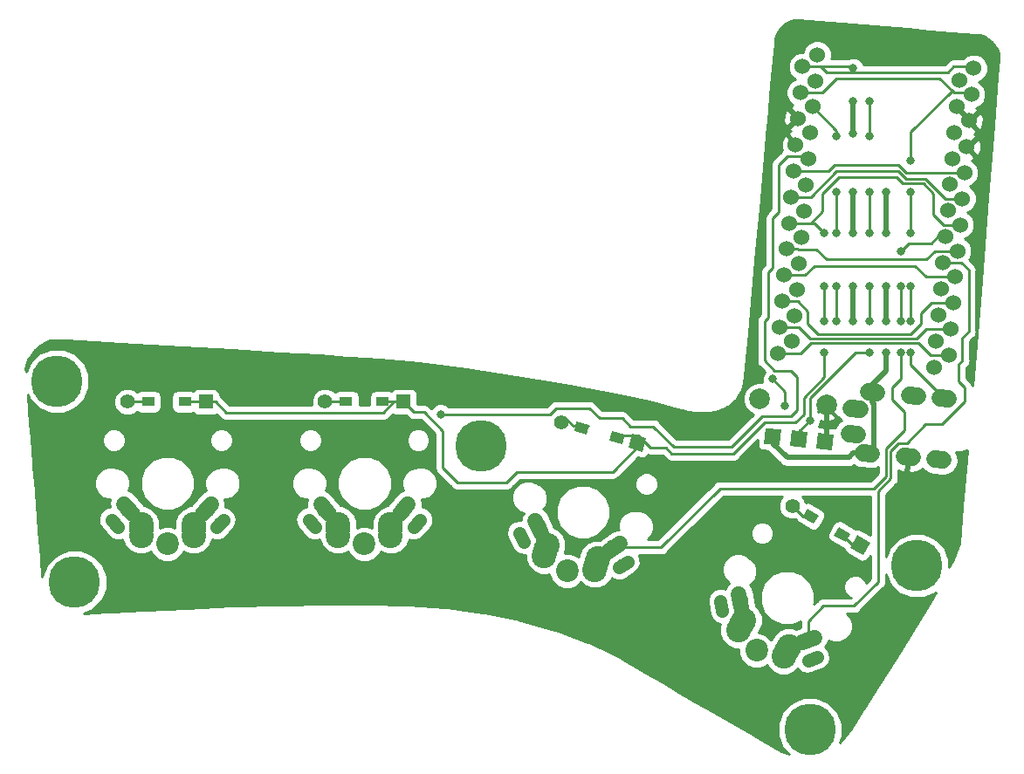
<source format=gbr>
G04 #@! TF.GenerationSoftware,KiCad,Pcbnew,(5.0.1)-4*
G04 #@! TF.CreationDate,2019-01-20T17:45:29+09:00*
G04 #@! TF.ProjectId,va4,7661342E6B696361645F706362000000,rev?*
G04 #@! TF.SameCoordinates,Original*
G04 #@! TF.FileFunction,Copper,L2,Bot,Signal*
G04 #@! TF.FilePolarity,Positive*
%FSLAX46Y46*%
G04 Gerber Fmt 4.6, Leading zero omitted, Abs format (unit mm)*
G04 Created by KiCad (PCBNEW (5.0.1)-4) date 20/01/2019 17:45:29*
%MOMM*%
%LPD*%
G01*
G04 APERTURE LIST*
G04 #@! TA.AperFunction,ComponentPad*
%ADD10C,1.250000*%
G04 #@! TD*
G04 #@! TA.AperFunction,Conductor*
%ADD11C,1.250000*%
G04 #@! TD*
G04 #@! TA.AperFunction,ComponentPad*
%ADD12C,2.200000*%
G04 #@! TD*
G04 #@! TA.AperFunction,ComponentPad*
%ADD13C,2.400000*%
G04 #@! TD*
G04 #@! TA.AperFunction,ComponentPad*
%ADD14C,1.550000*%
G04 #@! TD*
G04 #@! TA.AperFunction,Conductor*
%ADD15C,1.550000*%
G04 #@! TD*
G04 #@! TA.AperFunction,WasherPad*
%ADD16C,5.000000*%
G04 #@! TD*
G04 #@! TA.AperFunction,ComponentPad*
%ADD17C,1.700000*%
G04 #@! TD*
G04 #@! TA.AperFunction,Conductor*
%ADD18C,1.700000*%
G04 #@! TD*
G04 #@! TA.AperFunction,SMDPad,CuDef*
%ADD19C,0.950000*%
G04 #@! TD*
G04 #@! TA.AperFunction,Conductor*
%ADD20C,0.100000*%
G04 #@! TD*
G04 #@! TA.AperFunction,ComponentPad*
%ADD21C,1.397000*%
G04 #@! TD*
G04 #@! TA.AperFunction,ComponentPad*
%ADD22R,1.397000X1.397000*%
G04 #@! TD*
G04 #@! TA.AperFunction,SMDPad,CuDef*
%ADD23R,1.300000X0.950000*%
G04 #@! TD*
G04 #@! TA.AperFunction,ComponentPad*
%ADD24C,1.524000*%
G04 #@! TD*
G04 #@! TA.AperFunction,ComponentPad*
%ADD25C,2.000000*%
G04 #@! TD*
G04 #@! TA.AperFunction,SMDPad,CuDef*
%ADD26C,1.524000*%
G04 #@! TD*
G04 #@! TA.AperFunction,ViaPad*
%ADD27C,0.800000*%
G04 #@! TD*
G04 #@! TA.AperFunction,Conductor*
%ADD28C,0.500000*%
G04 #@! TD*
G04 #@! TA.AperFunction,Conductor*
%ADD29C,0.250000*%
G04 #@! TD*
G04 #@! TA.AperFunction,Conductor*
%ADD30C,0.254000*%
G04 #@! TD*
G04 APERTURE END LIST*
D10*
G04 #@! TO.P,SW5,1*
G04 #@! TO.N,col3*
X109833270Y-85627499D03*
D11*
G04 #@! TD*
G04 #@! TO.N,col3*
G04 #@! TO.C,SW5*
X109915753Y-86095283D02*
X109750787Y-85159715D01*
D10*
G04 #@! TO.P,SW5,1*
G04 #@! TO.N,col3*
X118666730Y-90727499D03*
D11*
G04 #@! TD*
G04 #@! TO.N,col3*
G04 #@! TO.C,SW5*
X119113084Y-90565039D02*
X118220376Y-90889959D01*
D12*
G04 #@! TO.P,SW5,2*
G04 #@! TO.N,Net-(D4-Pad2)*
X113250000Y-89909550D03*
D13*
X111460295Y-87929409D03*
D14*
G04 #@! TO.P,SW5,1*
G04 #@! TO.N,col3*
X118229557Y-88904705D03*
D15*
G04 #@! TD*
G04 #@! TO.N,col3*
G04 #@! TO.C,SW5*
X118816865Y-88690942D02*
X117642249Y-89118468D01*
D13*
G04 #@! TO.P,SW5,1*
G04 #@! TO.N,col3*
X115859705Y-90469409D03*
D14*
G04 #@! TO.P,SW5,2*
G04 #@! TO.N,Net-(D4-Pad2)*
X111630443Y-85094705D03*
D15*
G04 #@! TD*
G04 #@! TO.N,Net-(D4-Pad2)*
G04 #@! TO.C,SW5*
X111738973Y-85710210D02*
X111521913Y-84479200D01*
D13*
G04 #@! TO.P,SW5,2*
G04 #@! TO.N,Net-(D4-Pad2)*
X111750295Y-87427114D03*
X112000295Y-86994102D03*
G04 #@! TO.P,SW5,1*
G04 #@! TO.N,col3*
X116399705Y-89534102D03*
X116149705Y-89967113D03*
G04 #@! TD*
D16*
G04 #@! TO.P,Ref\002A\002A,*
G04 #@! TO.N,*
X86500000Y-70100000D03*
G04 #@! TD*
G04 #@! TO.P,Ref\002A\002A,*
G04 #@! TO.N,*
X128800000Y-81700000D03*
G04 #@! TD*
G04 #@! TO.P,Ref\002A\002A,*
G04 #@! TO.N,*
X118400000Y-97600000D03*
G04 #@! TD*
G04 #@! TO.P,Ref\002A\002A,*
G04 #@! TO.N,*
X47100000Y-83300000D03*
G04 #@! TD*
G04 #@! TO.P,Ref\002A\002A,*
G04 #@! TO.N,*
X45400000Y-63800000D03*
G04 #@! TD*
D17*
G04 #@! TO.P,J2,A*
G04 #@! TO.N,Net-(J2-PadA)*
X122827930Y-66479553D03*
D18*
G04 #@! TD*
G04 #@! TO.N,Net-(J2-PadA)*
G04 #@! TO.C,J2*
X123226408Y-66514415D02*
X122429452Y-66444691D01*
D17*
G04 #@! TO.P,J2,D*
G04 #@! TO.N,VCC*
X123956168Y-70794305D03*
D18*
G04 #@! TD*
G04 #@! TO.N,VCC*
G04 #@! TO.C,J2*
X124354646Y-70829167D02*
X123557690Y-70759443D01*
D17*
G04 #@! TO.P,J2,C*
G04 #@! TO.N,GND*
X127940946Y-71142928D03*
D18*
G04 #@! TD*
G04 #@! TO.N,GND*
G04 #@! TO.C,J2*
X128339424Y-71177790D02*
X127542468Y-71108066D01*
D17*
G04 #@! TO.P,J2,B*
G04 #@! TO.N,data*
X130929530Y-71404395D03*
D18*
G04 #@! TD*
G04 #@! TO.N,data*
G04 #@! TO.C,J2*
X131328008Y-71439257D02*
X130531052Y-71369533D01*
D17*
G04 #@! TO.P,J2,C*
G04 #@! TO.N,GND*
X128459523Y-65215569D03*
D18*
G04 #@! TD*
G04 #@! TO.N,GND*
G04 #@! TO.C,J2*
X128858001Y-65250431D02*
X128061045Y-65180707D01*
D17*
G04 #@! TO.P,J2,B*
G04 #@! TO.N,data*
X131448107Y-65477036D03*
D18*
G04 #@! TD*
G04 #@! TO.N,data*
G04 #@! TO.C,J2*
X131846585Y-65511898D02*
X131049629Y-65442174D01*
D17*
G04 #@! TO.P,J2,A*
G04 #@! TO.N,Net-(J2-PadA)*
X122614398Y-68920230D03*
D18*
G04 #@! TD*
G04 #@! TO.N,Net-(J2-PadA)*
G04 #@! TO.C,J2*
X123012876Y-68955092D02*
X122215920Y-68885368D01*
D17*
G04 #@! TO.P,J2,D*
G04 #@! TO.N,VCC*
X124474744Y-64866946D03*
D18*
G04 #@! TD*
G04 #@! TO.N,VCC*
G04 #@! TO.C,J2*
X124873222Y-64901808D02*
X124076266Y-64832084D01*
D10*
G04 #@! TO.P,SW2,1*
G04 #@! TO.N,col0*
X51000000Y-77600000D03*
D11*
G04 #@! TD*
G04 #@! TO.N,col0*
G04 #@! TO.C,SW2*
X51305324Y-77963871D02*
X50694676Y-77236129D01*
D10*
G04 #@! TO.P,SW2,1*
G04 #@! TO.N,col0*
X61200000Y-77600000D03*
D11*
G04 #@! TD*
G04 #@! TO.N,col0*
G04 #@! TO.C,SW2*
X61505324Y-77236129D02*
X60894676Y-77963871D01*
D12*
G04 #@! TO.P,SW2,2*
G04 #@! TO.N,Net-(D1-Pad2)*
X56100000Y-79600000D03*
D13*
X53560000Y-78780000D03*
D14*
G04 #@! TO.P,SW2,1*
G04 #@! TO.N,col0*
X59910000Y-76240000D03*
D15*
G04 #@! TD*
G04 #@! TO.N,col0*
G04 #@! TO.C,SW2*
X60311742Y-75761222D02*
X59508258Y-76718778D01*
D13*
G04 #@! TO.P,SW2,1*
G04 #@! TO.N,col0*
X58640000Y-78780000D03*
D14*
G04 #@! TO.P,SW2,2*
G04 #@! TO.N,Net-(D1-Pad2)*
X52290000Y-76240000D03*
D15*
G04 #@! TD*
G04 #@! TO.N,Net-(D1-Pad2)*
G04 #@! TO.C,SW2*
X52691742Y-76718778D02*
X51888258Y-75761222D01*
D13*
G04 #@! TO.P,SW2,2*
G04 #@! TO.N,Net-(D1-Pad2)*
X53560000Y-78200000D03*
X53560000Y-77700000D03*
G04 #@! TO.P,SW2,1*
G04 #@! TO.N,col0*
X58640000Y-77700000D03*
X58640000Y-78200000D03*
G04 #@! TD*
D19*
G04 #@! TO.P,D4,2*
G04 #@! TO.N,Net-(D4-Pad2)*
X118462805Y-76912500D03*
D20*
G04 #@! TD*
G04 #@! TO.N,Net-(D4-Pad2)*
G04 #@! TO.C,D4*
G36*
X119263222Y-76826138D02*
X118788222Y-77648862D01*
X117662388Y-76998862D01*
X118137388Y-76176138D01*
X119263222Y-76826138D01*
X119263222Y-76826138D01*
G37*
D19*
G04 #@! TO.P,D4,1*
G04 #@! TO.N,row0*
X121537195Y-78687500D03*
D20*
G04 #@! TD*
G04 #@! TO.N,row0*
G04 #@! TO.C,D4*
G36*
X122337612Y-78601138D02*
X121862612Y-79423862D01*
X120736778Y-78773862D01*
X121211778Y-77951138D01*
X122337612Y-78601138D01*
X122337612Y-78601138D01*
G37*
D21*
G04 #@! TO.P,D4,1*
G04 #@! TO.N,row0*
X123299557Y-79705000D03*
D20*
G04 #@! TD*
G04 #@! TO.N,row0*
G04 #@! TO.C,D4*
G36*
X124253726Y-79449331D02*
X123555226Y-80659169D01*
X122345388Y-79960669D01*
X123043888Y-78750831D01*
X124253726Y-79449331D01*
X124253726Y-79449331D01*
G37*
D21*
G04 #@! TO.P,D4,2*
G04 #@! TO.N,Net-(D4-Pad2)*
X116700443Y-75895000D03*
G04 #@! TD*
D19*
G04 #@! TO.P,D3,2*
G04 #@! TO.N,Net-(D3-Pad2)*
X96285482Y-68340596D03*
D20*
G04 #@! TD*
G04 #@! TO.N,Net-(D3-Pad2)*
G04 #@! TO.C,D3*
G36*
X97036273Y-68050014D02*
X96790395Y-68967643D01*
X95534691Y-68631178D01*
X95780569Y-67713549D01*
X97036273Y-68050014D01*
X97036273Y-68050014D01*
G37*
D19*
G04 #@! TO.P,D3,1*
G04 #@! TO.N,row0*
X99714518Y-69259404D03*
D20*
G04 #@! TD*
G04 #@! TO.N,row0*
G04 #@! TO.C,D3*
G36*
X100465309Y-68968822D02*
X100219431Y-69886451D01*
X98963727Y-69549986D01*
X99209605Y-68632357D01*
X100465309Y-68968822D01*
X100465309Y-68968822D01*
G37*
D21*
G04 #@! TO.P,D3,1*
G04 #@! TO.N,row0*
X101680177Y-69786102D03*
D20*
G04 #@! TD*
G04 #@! TO.N,row0*
G04 #@! TO.C,D3*
G36*
X102535661Y-69292188D02*
X102174091Y-70641586D01*
X100824693Y-70280016D01*
X101186263Y-68930618D01*
X102535661Y-69292188D01*
X102535661Y-69292188D01*
G37*
D21*
G04 #@! TO.P,D3,2*
G04 #@! TO.N,Net-(D3-Pad2)*
X94319823Y-67813898D03*
G04 #@! TD*
G04 #@! TO.P,D2,2*
G04 #@! TO.N,Net-(D2-Pad2)*
X71390000Y-65800000D03*
D22*
G04 #@! TO.P,D2,1*
G04 #@! TO.N,row0*
X79010000Y-65800000D03*
D23*
X76975000Y-65800000D03*
G04 #@! TO.P,D2,2*
G04 #@! TO.N,Net-(D2-Pad2)*
X73425000Y-65800000D03*
G04 #@! TD*
G04 #@! TO.P,D1,2*
G04 #@! TO.N,Net-(D1-Pad2)*
X54225000Y-65800000D03*
G04 #@! TO.P,D1,1*
G04 #@! TO.N,row0*
X57775000Y-65800000D03*
D22*
X59810000Y-65800000D03*
D21*
G04 #@! TO.P,D1,2*
G04 #@! TO.N,Net-(D1-Pad2)*
X52190000Y-65800000D03*
G04 #@! TD*
D10*
G04 #@! TO.P,SW4,1*
G04 #@! TO.N,col2*
X90464384Y-78947134D03*
D11*
G04 #@! TD*
G04 #@! TO.N,col2*
G04 #@! TO.C,SW4*
X90665128Y-79377630D02*
X90263640Y-78516638D01*
D10*
G04 #@! TO.P,SW4,1*
G04 #@! TO.N,col2*
X100316827Y-81587088D03*
D11*
G04 #@! TD*
G04 #@! TO.N,col2*
G04 #@! TO.C,SW4*
X100705924Y-81314639D02*
X99927730Y-81859537D01*
D12*
G04 #@! TO.P,SW4,2*
G04 #@! TO.N,Net-(D3-Pad2)*
X94872968Y-82198962D03*
D13*
X92631748Y-80749503D03*
D14*
G04 #@! TO.P,SW4,1*
G04 #@! TO.N,col2*
X99422777Y-79939552D03*
D15*
G04 #@! TD*
G04 #@! TO.N,col2*
G04 #@! TO.C,SW4*
X99934747Y-79581067D02*
X98910807Y-80298037D01*
D13*
G04 #@! TO.P,SW4,1*
G04 #@! TO.N,col2*
X97538651Y-82064304D03*
D14*
G04 #@! TO.P,SW4,2*
G04 #@! TO.N,Net-(D3-Pad2)*
X92062422Y-77967351D03*
D15*
G04 #@! TD*
G04 #@! TO.N,Net-(D3-Pad2)*
G04 #@! TO.C,SW4*
X92326558Y-78533793D02*
X91798286Y-77400909D01*
D13*
G04 #@! TO.P,SW4,2*
G04 #@! TO.N,Net-(D3-Pad2)*
X92781863Y-80189266D03*
X92911272Y-79706303D03*
G04 #@! TO.P,SW4,1*
G04 #@! TO.N,col2*
X97818175Y-81021104D03*
X97688766Y-81504067D03*
G04 #@! TD*
D10*
G04 #@! TO.P,SW3,1*
G04 #@! TO.N,col1*
X70100000Y-77600000D03*
D11*
G04 #@! TD*
G04 #@! TO.N,col1*
G04 #@! TO.C,SW3*
X70405324Y-77963871D02*
X69794676Y-77236129D01*
D10*
G04 #@! TO.P,SW3,1*
G04 #@! TO.N,col1*
X80300000Y-77600000D03*
D11*
G04 #@! TD*
G04 #@! TO.N,col1*
G04 #@! TO.C,SW3*
X80605324Y-77236129D02*
X79994676Y-77963871D01*
D12*
G04 #@! TO.P,SW3,2*
G04 #@! TO.N,Net-(D2-Pad2)*
X75200000Y-79600000D03*
D13*
X72660000Y-78780000D03*
D14*
G04 #@! TO.P,SW3,1*
G04 #@! TO.N,col1*
X79010000Y-76240000D03*
D15*
G04 #@! TD*
G04 #@! TO.N,col1*
G04 #@! TO.C,SW3*
X79411742Y-75761222D02*
X78608258Y-76718778D01*
D13*
G04 #@! TO.P,SW3,1*
G04 #@! TO.N,col1*
X77740000Y-78780000D03*
D14*
G04 #@! TO.P,SW3,2*
G04 #@! TO.N,Net-(D2-Pad2)*
X71390000Y-76240000D03*
D15*
G04 #@! TD*
G04 #@! TO.N,Net-(D2-Pad2)*
G04 #@! TO.C,SW3*
X71791742Y-76718778D02*
X70988258Y-75761222D01*
D13*
G04 #@! TO.P,SW3,2*
G04 #@! TO.N,Net-(D2-Pad2)*
X72660000Y-78200000D03*
X72660000Y-77700000D03*
G04 #@! TO.P,SW3,1*
G04 #@! TO.N,col1*
X77740000Y-77700000D03*
X77740000Y-78200000D03*
G04 #@! TD*
D24*
G04 #@! TO.P,U1,24*
G04 #@! TO.N,Net-(U1-Pad24)*
X119127023Y-32117882D03*
G04 #@! TO.P,U1,23*
G04 #@! TO.N,GND*
X118905647Y-34648217D03*
G04 #@! TO.P,U1,22*
G04 #@! TO.N,reset*
X118684271Y-37178551D03*
G04 #@! TO.P,U1,21*
G04 #@! TO.N,VCC*
X118462896Y-39708886D03*
G04 #@! TO.P,U1,20*
G04 #@! TO.N,col0*
X118241520Y-42239220D03*
G04 #@! TO.P,U1,19*
G04 #@! TO.N,col1*
X118020145Y-44769555D03*
G04 #@! TO.P,U1,18*
G04 #@! TO.N,col2*
X117798769Y-47299889D03*
G04 #@! TO.P,U1,17*
G04 #@! TO.N,col3*
X117577396Y-49830224D03*
G04 #@! TO.P,U1,16*
G04 #@! TO.N,Net-(U1-Pad16)*
X117356018Y-52360558D03*
G04 #@! TO.P,U1,15*
G04 #@! TO.N,Net-(U1-Pad15)*
X117134642Y-54890893D03*
G04 #@! TO.P,U1,14*
G04 #@! TO.N,Net-(U1-Pad14)*
X116913267Y-57421227D03*
G04 #@! TO.P,U1,13*
G04 #@! TO.N,Net-(U1-Pad13)*
X116691891Y-59951562D03*
G04 #@! TO.P,U1,12*
G04 #@! TO.N,Net-(U1-Pad12)*
X131853974Y-61278072D03*
G04 #@! TO.P,U1,11*
G04 #@! TO.N,Net-(U1-Pad11)*
X132075350Y-58747738D03*
G04 #@! TO.P,U1,10*
G04 #@! TO.N,Net-(U1-Pad10)*
X132296726Y-56217403D03*
G04 #@! TO.P,U1,9*
G04 #@! TO.N,Net-(U1-Pad9)*
X132518101Y-53687069D03*
G04 #@! TO.P,U1,8*
G04 #@! TO.N,Net-(U1-Pad8)*
X132739477Y-51156734D03*
G04 #@! TO.P,U1,7*
G04 #@! TO.N,row0*
X132960852Y-48626400D03*
G04 #@! TO.P,U1,6*
G04 #@! TO.N,Net-(U1-Pad6)*
X133182228Y-46096065D03*
G04 #@! TO.P,U1,5*
G04 #@! TO.N,Net-(U1-Pad5)*
X133403604Y-43565731D03*
G04 #@! TO.P,U1,4*
G04 #@! TO.N,GND*
X133624979Y-41035396D03*
G04 #@! TO.P,U1,3*
X133846355Y-38505061D03*
G04 #@! TO.P,U1,2*
G04 #@! TO.N,data*
X134067730Y-35974727D03*
G04 #@! TO.P,U1,1*
G04 #@! TO.N,led*
X134289106Y-33444392D03*
X117694982Y-33267446D03*
G04 #@! TO.P,U1,2*
G04 #@! TO.N,data*
X117473607Y-35797780D03*
G04 #@! TO.P,U1,3*
G04 #@! TO.N,GND*
X117252231Y-38328115D03*
G04 #@! TO.P,U1,4*
X117030855Y-40858449D03*
G04 #@! TO.P,U1,5*
G04 #@! TO.N,Net-(U1-Pad5)*
X116809480Y-43388784D03*
G04 #@! TO.P,U1,6*
G04 #@! TO.N,Net-(U1-Pad6)*
X116588104Y-45919119D03*
G04 #@! TO.P,U1,7*
G04 #@! TO.N,row0*
X116366729Y-48449453D03*
G04 #@! TO.P,U1,8*
G04 #@! TO.N,Net-(U1-Pad8)*
X116145353Y-50979788D03*
G04 #@! TO.P,U1,9*
G04 #@! TO.N,Net-(U1-Pad9)*
X115923976Y-53510122D03*
G04 #@! TO.P,U1,10*
G04 #@! TO.N,Net-(U1-Pad10)*
X115702602Y-56040457D03*
G04 #@! TO.P,U1,11*
G04 #@! TO.N,Net-(U1-Pad11)*
X115481226Y-58570791D03*
G04 #@! TO.P,U1,12*
G04 #@! TO.N,Net-(U1-Pad12)*
X115259851Y-61101126D03*
G04 #@! TO.P,U1,13*
G04 #@! TO.N,Net-(U1-Pad13)*
X130441858Y-62429379D03*
G04 #@! TO.P,U1,14*
G04 #@! TO.N,Net-(U1-Pad14)*
X130663236Y-59899045D03*
G04 #@! TO.P,U1,15*
G04 #@! TO.N,Net-(U1-Pad15)*
X130884609Y-57368710D03*
G04 #@! TO.P,U1,16*
G04 #@! TO.N,Net-(U1-Pad16)*
X131105985Y-54838376D03*
G04 #@! TO.P,U1,17*
G04 #@! TO.N,col3*
X131327360Y-52308041D03*
G04 #@! TO.P,U1,18*
G04 #@! TO.N,col2*
X131548736Y-49777707D03*
G04 #@! TO.P,U1,19*
G04 #@! TO.N,col1*
X131770111Y-47247372D03*
G04 #@! TO.P,U1,20*
G04 #@! TO.N,col0*
X131991487Y-44717038D03*
G04 #@! TO.P,U1,21*
G04 #@! TO.N,VCC*
X132212863Y-42186703D03*
G04 #@! TO.P,U1,22*
G04 #@! TO.N,reset*
X132434238Y-39656368D03*
G04 #@! TO.P,U1,23*
G04 #@! TO.N,GND*
X132655614Y-37126034D03*
G04 #@! TO.P,U1,24*
G04 #@! TO.N,Net-(U1-Pad24)*
X132876989Y-34595699D03*
G04 #@! TD*
D25*
G04 #@! TO.P,SW1,1*
G04 #@! TO.N,reset*
X113562367Y-65516744D03*
G04 #@! TO.P,SW1,2*
G04 #@! TO.N,GND*
X120037633Y-66083256D03*
G04 #@! TD*
D26*
G04 #@! TO.P,J1,1*
G04 #@! TO.N,GND*
X119860669Y-69642751D03*
D20*
G04 #@! TD*
G04 #@! TO.N,GND*
G04 #@! TO.C,J1*
G36*
X120553357Y-70468264D02*
X119035156Y-70335439D01*
X119167981Y-68817238D01*
X120686182Y-68950063D01*
X120553357Y-70468264D01*
X120553357Y-70468264D01*
G37*
D26*
G04 #@! TO.P,J1,2*
G04 #@! TO.N,led*
X117330336Y-69421376D03*
D20*
G04 #@! TD*
G04 #@! TO.N,led*
G04 #@! TO.C,J1*
G36*
X118023024Y-70246889D02*
X116504823Y-70114064D01*
X116637648Y-68595863D01*
X118155849Y-68728688D01*
X118023024Y-70246889D01*
X118023024Y-70246889D01*
G37*
D26*
G04 #@! TO.P,J1,3*
G04 #@! TO.N,VCC*
X114800000Y-69200000D03*
D20*
G04 #@! TD*
G04 #@! TO.N,VCC*
G04 #@! TO.C,J1*
G36*
X115492688Y-70025513D02*
X113974487Y-69892688D01*
X114107312Y-68374487D01*
X115625513Y-68507312D01*
X115492688Y-70025513D01*
X115492688Y-70025513D01*
G37*
D27*
G04 #@! TO.N,VCC*
X125800000Y-61000000D03*
X125800000Y-58000000D03*
X125800000Y-49400000D03*
X125800006Y-54600000D03*
X125800000Y-45400004D03*
G04 #@! TO.N,led*
X122600010Y-33400000D03*
X124200000Y-49400000D03*
X124200000Y-58000000D03*
X124200006Y-61000000D03*
X124200000Y-54599998D03*
X124200000Y-45400010D03*
X124200000Y-40000002D03*
X124200000Y-36600000D03*
X118400002Y-67600000D03*
G04 #@! TO.N,GND*
X122600000Y-58000000D03*
X122600000Y-49400000D03*
X122600000Y-45400000D03*
X122600000Y-39800000D03*
X122600000Y-36600000D03*
X122600000Y-54600002D03*
G04 #@! TO.N,reset*
X121000000Y-40000000D03*
X121000000Y-45400000D03*
X121000000Y-49400000D03*
X121000000Y-54600000D03*
X121000000Y-58000000D03*
G04 #@! TO.N,col0*
X82600000Y-67000000D03*
G04 #@! TO.N,col1*
X114800000Y-63600000D03*
X116000004Y-66200000D03*
G04 #@! TO.N,col2*
X127200000Y-54600000D03*
X127200000Y-58000000D03*
X127200000Y-61000000D03*
X127200000Y-51200008D03*
G04 #@! TO.N,row0*
X119800000Y-49400000D03*
X119800000Y-54600002D03*
X119800000Y-58000000D03*
X119800000Y-61000004D03*
G04 #@! TO.N,data*
X128200000Y-61000000D03*
X128200000Y-58000000D03*
X128200000Y-54600000D03*
X128200000Y-49400000D03*
X128200000Y-45400000D03*
X128200000Y-42400000D03*
G04 #@! TD*
D28*
G04 #@! TO.N,VCC*
X125800000Y-62800000D02*
X125800000Y-61000000D01*
X124474744Y-64866946D02*
X124474744Y-64125256D01*
X124474744Y-64125256D02*
X125800000Y-62800000D01*
X125800000Y-58000000D02*
X125800000Y-54600006D01*
X125800000Y-54600006D02*
X125800006Y-54600000D01*
X125800000Y-49400000D02*
X125800000Y-45400004D01*
X124600000Y-70150473D02*
X123956168Y-70794305D01*
X124600000Y-65945449D02*
X124600000Y-70150473D01*
X124474744Y-64866946D02*
X124474744Y-65820193D01*
X124474744Y-65820193D02*
X124600000Y-65945449D01*
X122610924Y-70794305D02*
X123956168Y-70794305D01*
X114778624Y-68978624D02*
X114800000Y-69000000D01*
X114800000Y-69000000D02*
X114800000Y-69800000D01*
X114800000Y-69800000D02*
X116200000Y-71200000D01*
X116200000Y-71200000D02*
X122205229Y-71200000D01*
X122205229Y-71200000D02*
X122610924Y-70794305D01*
D29*
G04 #@! TO.N,led*
X134112160Y-33267446D02*
X134289106Y-33444392D01*
X132332554Y-33267446D02*
X134112160Y-33267446D01*
X131800000Y-33800000D02*
X132332554Y-33267446D01*
X120000000Y-33800000D02*
X131800000Y-33800000D01*
X117694982Y-33267446D02*
X119467446Y-33267446D01*
X119467446Y-33267446D02*
X120000000Y-33800000D01*
X117694982Y-33267446D02*
X122467456Y-33267446D01*
X122467456Y-33267446D02*
X122600010Y-33400000D01*
X124200000Y-58000000D02*
X124200000Y-54599998D01*
X124200000Y-49400000D02*
X124200000Y-45400010D01*
X124200000Y-36600000D02*
X124200000Y-40000002D01*
X118400002Y-65436408D02*
X118400002Y-67034315D01*
X118400002Y-67034315D02*
X118400002Y-67600000D01*
X124200006Y-61000000D02*
X122836410Y-61000000D01*
X122836410Y-61000000D02*
X118400002Y-65436408D01*
X117330335Y-68669665D02*
X117330335Y-69421376D01*
X118400002Y-67600000D02*
X118400000Y-67600000D01*
X118400000Y-67600000D02*
X117330335Y-68669665D01*
D28*
G04 #@! TO.N,GND*
X122600000Y-49400000D02*
X122600000Y-45400000D01*
X122600000Y-39800000D02*
X122600000Y-36600000D01*
X122600000Y-58000000D02*
X122600000Y-54600002D01*
X120037633Y-69362367D02*
X119800000Y-69600000D01*
X120037633Y-66083256D02*
X120037633Y-69362367D01*
D29*
G04 #@! TO.N,reset*
X118684271Y-37178551D02*
X121000000Y-39494280D01*
X121000000Y-39494280D02*
X121000000Y-40000000D01*
X121000000Y-45400000D02*
X121000000Y-49400000D01*
X121000000Y-54600000D02*
X121000000Y-58000000D01*
G04 #@! TO.N,col0*
X110800000Y-70200000D02*
X112000000Y-69000000D01*
X117200000Y-66600000D02*
X116600000Y-67200000D01*
X116600000Y-67200000D02*
X113800000Y-67200000D01*
X116600000Y-62800000D02*
X117200000Y-63400000D01*
X114000000Y-61800000D02*
X115000000Y-62800000D01*
X114000000Y-58000000D02*
X114000000Y-61800000D01*
X115000000Y-62800000D02*
X116600000Y-62800000D01*
X114400000Y-57600000D02*
X114000000Y-58000000D01*
X114400000Y-53200000D02*
X114400000Y-57600000D01*
X118002300Y-42000000D02*
X116200000Y-42000000D01*
X117200000Y-63400000D02*
X117200000Y-66600000D01*
X116200000Y-42000000D02*
X115400000Y-42800000D01*
X113800000Y-67200000D02*
X110800000Y-70200000D01*
X115400000Y-42800000D02*
X115400000Y-47400000D01*
X115400000Y-47400000D02*
X114800000Y-48000000D01*
X114800000Y-48000000D02*
X114800000Y-52800000D01*
X114800000Y-52800000D02*
X114400000Y-53200000D01*
X101000000Y-68200000D02*
X103200000Y-68200000D01*
X93200000Y-67000000D02*
X93800000Y-66400000D01*
X82600000Y-67000000D02*
X93200000Y-67000000D01*
X105200000Y-70200000D02*
X110800000Y-70200000D01*
X93800000Y-66400000D02*
X97000000Y-66400000D01*
X97000000Y-66400000D02*
X98000000Y-67400000D01*
X103200000Y-68200000D02*
X105200000Y-70200000D01*
X98000000Y-67400000D02*
X100200000Y-67400000D01*
X100200000Y-67400000D02*
X101000000Y-68200000D01*
G04 #@! TO.N,col1*
X116000000Y-66199996D02*
X116000004Y-66200000D01*
X114800000Y-63600000D02*
X116000000Y-64800000D01*
X116000000Y-64800000D02*
X116000000Y-66199996D01*
G04 #@! TO.N,col2*
X127200000Y-54600000D02*
X127200000Y-58000000D01*
X128000008Y-50400000D02*
X127200000Y-51200008D01*
X130200000Y-50400000D02*
X128000008Y-50400000D01*
X131548736Y-49777707D02*
X130822293Y-49777707D01*
X130822293Y-49777707D02*
X130200000Y-50400000D01*
X100719263Y-79939552D02*
X99422777Y-79939552D01*
X103960448Y-79939552D02*
X100719263Y-79939552D01*
X109700000Y-74200000D02*
X103960448Y-79939552D01*
X124600000Y-74200000D02*
X109700000Y-74200000D01*
X125800000Y-70360523D02*
X125800000Y-73000000D01*
X125800000Y-73000000D02*
X124600000Y-74200000D01*
X127200000Y-63600000D02*
X126400000Y-64400000D01*
X127200000Y-61000000D02*
X127200000Y-63600000D01*
X126400000Y-64400000D02*
X126400000Y-65600000D01*
X126400000Y-65600000D02*
X127600000Y-66800000D01*
X127600000Y-66800000D02*
X127600000Y-68560523D01*
X127600000Y-68560523D02*
X125800000Y-70360523D01*
G04 #@! TO.N,Net-(U1-Pad12)*
X130776344Y-61278072D02*
X131853974Y-61278072D01*
X130078072Y-61278072D02*
X130776344Y-61278072D01*
X128900021Y-60100021D02*
X130078072Y-61278072D01*
X118499979Y-60100021D02*
X128900021Y-60100021D01*
X115259851Y-61101126D02*
X117498874Y-61101126D01*
X117498874Y-61101126D02*
X118499979Y-60100021D01*
G04 #@! TO.N,Net-(U1-Pad11)*
X130997720Y-58747738D02*
X132075350Y-58747738D01*
X129652262Y-58747738D02*
X130997720Y-58747738D01*
X128749990Y-59650010D02*
X129652262Y-58747738D01*
X118450010Y-59650010D02*
X128749990Y-59650010D01*
X115481226Y-58570791D02*
X117370791Y-58570791D01*
X117370791Y-58570791D02*
X118450010Y-59650010D01*
G04 #@! TO.N,Net-(U1-Pad10)*
X130182597Y-56217403D02*
X131219096Y-56217403D01*
X129200000Y-57200000D02*
X130182597Y-56217403D01*
X129200000Y-58200000D02*
X129200000Y-57200000D01*
X117240457Y-56040457D02*
X118200000Y-57000000D01*
X115702602Y-56040457D02*
X117240457Y-56040457D01*
X118200000Y-57000000D02*
X118200000Y-58200000D01*
X118200000Y-58200000D02*
X119200000Y-59200000D01*
X131219096Y-56217403D02*
X132296726Y-56217403D01*
X119200000Y-59200000D02*
X128200000Y-59200000D01*
X128200000Y-59200000D02*
X129200000Y-58200000D01*
G04 #@! TO.N,Net-(U1-Pad9)*
X129712931Y-53687069D02*
X132518101Y-53687069D01*
X128625862Y-52600000D02*
X129712931Y-53687069D01*
X118820244Y-52600000D02*
X128625862Y-52600000D01*
X115923977Y-53510122D02*
X117910122Y-53510122D01*
X117910122Y-53510122D02*
X118820244Y-52600000D01*
G04 #@! TO.N,Net-(U1-Pad8)*
X131661847Y-51156734D02*
X132739477Y-51156734D01*
X130556734Y-51156734D02*
X131661847Y-51156734D01*
X117243195Y-51000000D02*
X119000000Y-51000000D01*
X119000000Y-51000000D02*
X120000000Y-52000000D01*
X120000000Y-52000000D02*
X129713468Y-52000000D01*
X129713468Y-52000000D02*
X130556734Y-51156734D01*
X117222983Y-50979788D02*
X117243195Y-51000000D01*
X116145353Y-50979788D02*
X117222983Y-50979788D01*
G04 #@! TO.N,row0*
X57775000Y-65800000D02*
X59810000Y-65800000D01*
X79010000Y-65800000D02*
X76975000Y-65800000D01*
X78061500Y-65800000D02*
X79010000Y-65800000D01*
X77037999Y-66823501D02*
X78061500Y-65800000D01*
X61782001Y-66823501D02*
X77037999Y-66823501D01*
X60758500Y-65800000D02*
X61782001Y-66823501D01*
X59810000Y-65800000D02*
X60758500Y-65800000D01*
X101753480Y-69059404D02*
X102280177Y-69586101D01*
X100314518Y-69059404D02*
X101753480Y-69059404D01*
X116366729Y-48449453D02*
X118477543Y-48449453D01*
X118477543Y-48449453D02*
X118849453Y-48449453D01*
X118849453Y-48449453D02*
X119800000Y-49400000D01*
X119800000Y-54600002D02*
X119800000Y-58000000D01*
X99266278Y-72600000D02*
X102280177Y-69586101D01*
X90000000Y-72600000D02*
X99266278Y-72600000D01*
X89000000Y-73600000D02*
X90000000Y-72600000D01*
X79010000Y-65800000D02*
X80010000Y-66800000D01*
X81000000Y-66800000D02*
X82800000Y-68600000D01*
X80010000Y-66800000D02*
X81000000Y-66800000D01*
X82800000Y-68600000D02*
X82800000Y-72200000D01*
X82800000Y-72200000D02*
X84200000Y-73600000D01*
X84200000Y-73600000D02*
X89000000Y-73600000D01*
X102921209Y-70227133D02*
X102280177Y-69586101D01*
X104427133Y-70227133D02*
X102921209Y-70227133D01*
X105000000Y-70800000D02*
X104427133Y-70227133D01*
X111000000Y-70800000D02*
X105000000Y-70800000D01*
X119800000Y-63400000D02*
X117800000Y-65400000D01*
X119800000Y-61000004D02*
X119800000Y-63400000D01*
X117800000Y-65400000D02*
X117800000Y-67000000D01*
X117800000Y-67000000D02*
X117000000Y-67800000D01*
X117000000Y-67800000D02*
X114000000Y-67800000D01*
X114000000Y-67800000D02*
X111000000Y-70800000D01*
X131883222Y-48626400D02*
X132960852Y-48626400D01*
X131426400Y-48626400D02*
X131883222Y-48626400D01*
X129400000Y-44600000D02*
X130400000Y-45600000D01*
X119600000Y-47326996D02*
X119600000Y-45600000D01*
X118477543Y-48449453D02*
X119600000Y-47326996D01*
X119600000Y-45600000D02*
X121200000Y-44000000D01*
X130400000Y-47600000D02*
X131426400Y-48626400D01*
X130400000Y-45600000D02*
X130400000Y-47600000D01*
X121200000Y-44000000D02*
X126800000Y-44000000D01*
X126800000Y-44000000D02*
X127400000Y-44600000D01*
X127400000Y-44600000D02*
X129400000Y-44600000D01*
G04 #@! TO.N,Net-(U1-Pad6)*
X131532476Y-46096065D02*
X132104598Y-46096065D01*
X118480881Y-45919119D02*
X121000000Y-43400000D01*
X132104598Y-46096065D02*
X133182228Y-46096065D01*
X116588104Y-45919119D02*
X118480881Y-45919119D01*
X121000000Y-43400000D02*
X126963590Y-43400000D01*
X126963590Y-43400000D02*
X127713579Y-44149989D01*
X127713579Y-44149989D02*
X129586400Y-44149989D01*
X129586400Y-44149989D02*
X131532476Y-46096065D01*
G04 #@! TO.N,Net-(U1-Pad5)*
X127765731Y-43565731D02*
X133403604Y-43565731D01*
X127000000Y-42800000D02*
X127765731Y-43565731D01*
X120800000Y-42800000D02*
X127000000Y-42800000D01*
X116809480Y-43388784D02*
X120211216Y-43388784D01*
X120211216Y-43388784D02*
X120800000Y-42800000D01*
G04 #@! TO.N,data*
X133890783Y-35797780D02*
X134067730Y-35974727D01*
X132397780Y-35797780D02*
X133890783Y-35797780D01*
X121000000Y-34400000D02*
X131000000Y-34400000D01*
X117473607Y-35797780D02*
X119602220Y-35797780D01*
X119602220Y-35797780D02*
X121000000Y-34400000D01*
X131448107Y-65477036D02*
X128200000Y-62228929D01*
X128200000Y-62228929D02*
X128200000Y-61000000D01*
X128200000Y-58000000D02*
X128200000Y-54600000D01*
X128200000Y-49400000D02*
X128200000Y-45400000D01*
X131000000Y-34400000D02*
X132200000Y-35600000D01*
X132200000Y-35600000D02*
X132397780Y-35797780D01*
X128200000Y-41834315D02*
X128200000Y-42400000D01*
X128200000Y-39600000D02*
X128200000Y-41834315D01*
X132200000Y-35600000D02*
X128200000Y-39600000D01*
G04 #@! TO.N,col3*
X118229557Y-87070443D02*
X118229557Y-88904705D01*
X122700000Y-85600000D02*
X119700000Y-85600000D01*
X125000000Y-83300000D02*
X122700000Y-85600000D01*
X125000000Y-74500000D02*
X125000000Y-83300000D01*
X133200000Y-61800000D02*
X132800000Y-62200000D01*
X126996934Y-69800000D02*
X126250011Y-70546923D01*
X119700000Y-85600000D02*
X118229557Y-87070443D01*
X133200000Y-59600000D02*
X133200000Y-61800000D01*
X133800000Y-53000000D02*
X133800000Y-59000000D01*
X131327360Y-52308041D02*
X133108041Y-52308041D01*
X133800000Y-59000000D02*
X133200000Y-59600000D01*
X132800000Y-62200000D02*
X132800000Y-63800000D01*
X127800000Y-69800000D02*
X126996934Y-69800000D01*
X132800000Y-63800000D02*
X133400000Y-64400000D01*
X129600000Y-68000000D02*
X127800000Y-69800000D01*
X133400000Y-64400000D02*
X133400000Y-65800000D01*
X133108041Y-52308041D02*
X133800000Y-53000000D01*
X126250011Y-70546923D02*
X126250011Y-73249989D01*
X133400000Y-65800000D02*
X131200000Y-68000000D01*
X131200000Y-68000000D02*
X129600000Y-68000000D01*
X126250011Y-73249989D02*
X125000000Y-74500000D01*
G04 #@! TO.N,row0*
X122554695Y-79705000D02*
X121537195Y-78687500D01*
X123299557Y-79705000D02*
X122554695Y-79705000D01*
G04 #@! TO.N,Net-(D4-Pad2)*
X117717943Y-76912500D02*
X116700443Y-75895000D01*
X118462805Y-76912500D02*
X117717943Y-76912500D01*
G04 #@! TO.N,Net-(D1-Pad2)*
X54225000Y-65800000D02*
X52190000Y-65800000D01*
G04 #@! TO.N,Net-(D2-Pad2)*
X73425000Y-65800000D02*
X71390000Y-65800000D01*
G04 #@! TO.N,Net-(D3-Pad2)*
X95446520Y-68140596D02*
X94919823Y-67613899D01*
X96885482Y-68140596D02*
X95446520Y-68140596D01*
G04 #@! TD*
D30*
G04 #@! TO.N,GND*
G36*
X119300223Y-28913607D02*
X121447217Y-29094773D01*
X123594212Y-29275940D01*
X125741206Y-29457106D01*
X127888201Y-29638272D01*
X130035195Y-29819438D01*
X132182190Y-30000605D01*
X134395028Y-30187327D01*
X134917604Y-30240422D01*
X135339940Y-30372251D01*
X135723850Y-30581316D01*
X136059784Y-30858787D01*
X136337255Y-31194719D01*
X136546320Y-31578629D01*
X136678148Y-32000964D01*
X136720737Y-32420126D01*
X136713711Y-32455450D01*
X136722324Y-32498752D01*
X136585705Y-34212047D01*
X136197698Y-39027656D01*
X135640265Y-45922278D01*
X134986901Y-53978831D01*
X134311168Y-62279317D01*
X134148407Y-64266866D01*
X134115904Y-64103463D01*
X133947929Y-63852071D01*
X133884473Y-63809671D01*
X133560000Y-63485199D01*
X133560000Y-62514802D01*
X133684472Y-62390329D01*
X133747929Y-62347929D01*
X133915904Y-62096537D01*
X133960000Y-61874852D01*
X133960000Y-61874848D01*
X133974888Y-61800001D01*
X133960000Y-61725154D01*
X133960000Y-59914801D01*
X134284473Y-59590329D01*
X134347929Y-59547929D01*
X134515904Y-59296537D01*
X134560000Y-59074852D01*
X134560000Y-59074848D01*
X134574888Y-59000001D01*
X134560000Y-58925154D01*
X134560000Y-53074848D01*
X134574888Y-53000000D01*
X134560000Y-52925152D01*
X134560000Y-52925148D01*
X134518379Y-52715904D01*
X134515904Y-52703462D01*
X134390329Y-52515527D01*
X134347929Y-52452071D01*
X134284473Y-52409671D01*
X133873335Y-51998533D01*
X133923797Y-51948071D01*
X134136477Y-51434615D01*
X134136477Y-50878853D01*
X133923797Y-50365397D01*
X133530814Y-49972414D01*
X133446319Y-49937415D01*
X133752189Y-49810720D01*
X134145172Y-49417737D01*
X134357852Y-48904281D01*
X134357852Y-48348519D01*
X134145172Y-47835063D01*
X133752189Y-47442080D01*
X133667693Y-47407081D01*
X133973565Y-47280385D01*
X134366548Y-46887402D01*
X134579228Y-46373946D01*
X134579228Y-45818184D01*
X134366548Y-45304728D01*
X133973565Y-44911745D01*
X133889071Y-44876746D01*
X134194941Y-44750051D01*
X134587924Y-44357068D01*
X134800604Y-43843612D01*
X134800604Y-43287850D01*
X134587924Y-42774394D01*
X134194941Y-42381411D01*
X134128877Y-42354046D01*
X134246801Y-42316865D01*
X134337109Y-42081657D01*
X133609325Y-41214318D01*
X133602086Y-41220393D01*
X133432743Y-41051050D01*
X133803901Y-41051050D01*
X134531685Y-41918389D01*
X134779001Y-41870296D01*
X135010659Y-41365118D01*
X135031360Y-40809743D01*
X134906448Y-40413574D01*
X134671240Y-40323266D01*
X133803901Y-41051050D01*
X133432743Y-41051050D01*
X133431230Y-41049537D01*
X133241292Y-41239475D01*
X133215239Y-41213422D01*
X133446057Y-41019742D01*
X133439982Y-41012503D01*
X133610838Y-40841647D01*
X133417727Y-40648536D01*
X133444058Y-40622205D01*
X133640633Y-40856474D01*
X134507972Y-40128690D01*
X134459879Y-39881374D01*
X134340701Y-39826723D01*
X134468177Y-39786530D01*
X134558485Y-39551322D01*
X133830701Y-38683983D01*
X133823462Y-38690058D01*
X133654119Y-38520715D01*
X134025277Y-38520715D01*
X134753061Y-39388054D01*
X135000377Y-39339961D01*
X135232035Y-38834783D01*
X135252736Y-38279408D01*
X135127824Y-37883239D01*
X134892616Y-37792931D01*
X134025277Y-38520715D01*
X133654119Y-38520715D01*
X133652606Y-38519202D01*
X133462668Y-38709141D01*
X133436614Y-38683087D01*
X133667433Y-38489407D01*
X132939649Y-37622068D01*
X132910762Y-37627685D01*
X132798007Y-37493309D01*
X132835315Y-37097845D01*
X132849363Y-37111893D01*
X133039301Y-36921955D01*
X133065354Y-36948008D01*
X132834536Y-37141688D01*
X133562320Y-38009027D01*
X133591207Y-38003410D01*
X133862009Y-38326139D01*
X134729348Y-37598355D01*
X134681255Y-37351039D01*
X134545665Y-37288862D01*
X134859067Y-37159047D01*
X135252050Y-36766064D01*
X135464730Y-36252608D01*
X135464730Y-35696846D01*
X135252050Y-35183390D01*
X134859067Y-34790407D01*
X134774571Y-34755408D01*
X135080443Y-34628712D01*
X135473426Y-34235729D01*
X135686106Y-33722273D01*
X135686106Y-33166511D01*
X135473426Y-32653055D01*
X135080443Y-32260072D01*
X134566987Y-32047392D01*
X134011225Y-32047392D01*
X133497769Y-32260072D01*
X133250395Y-32507446D01*
X132407400Y-32507446D01*
X132332553Y-32492558D01*
X132257706Y-32507446D01*
X132257702Y-32507446D01*
X132036017Y-32551542D01*
X131784625Y-32719517D01*
X131742225Y-32782974D01*
X131485199Y-33040000D01*
X123571169Y-33040000D01*
X123477441Y-32813720D01*
X123186290Y-32522569D01*
X122805884Y-32365000D01*
X122394136Y-32365000D01*
X122050240Y-32507446D01*
X120477762Y-32507446D01*
X120524023Y-32395763D01*
X120524023Y-31840001D01*
X120311343Y-31326545D01*
X119918360Y-30933562D01*
X119404904Y-30720882D01*
X118849142Y-30720882D01*
X118335686Y-30933562D01*
X117942703Y-31326545D01*
X117730023Y-31840001D01*
X117730023Y-31870446D01*
X117417101Y-31870446D01*
X116903645Y-32083126D01*
X116510662Y-32476109D01*
X116297982Y-32989565D01*
X116297982Y-33545327D01*
X116510662Y-34058783D01*
X116903645Y-34451766D01*
X116988140Y-34486765D01*
X116682270Y-34613460D01*
X116289287Y-35006443D01*
X116076607Y-35519899D01*
X116076607Y-36075661D01*
X116289287Y-36589117D01*
X116682270Y-36982100D01*
X116748334Y-37009464D01*
X116630409Y-37046646D01*
X116540101Y-37281854D01*
X117267885Y-38149193D01*
X117275124Y-38143118D01*
X117445980Y-38313974D01*
X117645009Y-38114946D01*
X117671857Y-38141794D01*
X117431153Y-38343769D01*
X117437228Y-38351008D01*
X117266372Y-38521864D01*
X117470317Y-38725809D01*
X117443038Y-38753087D01*
X117236577Y-38507037D01*
X116369238Y-39234821D01*
X116417331Y-39482137D01*
X116536507Y-39536787D01*
X116409033Y-39576980D01*
X116318725Y-39812188D01*
X117046509Y-40679527D01*
X117053748Y-40673452D01*
X117224604Y-40844308D01*
X117423633Y-40645280D01*
X117450481Y-40672128D01*
X117209777Y-40874103D01*
X117215852Y-40881342D01*
X117044996Y-41052198D01*
X117232798Y-41240000D01*
X117185227Y-41240000D01*
X117015201Y-41037371D01*
X117007962Y-41043446D01*
X116837106Y-40872590D01*
X116469696Y-41240000D01*
X116378563Y-41240000D01*
X116851933Y-40842795D01*
X116124149Y-39975456D01*
X115876833Y-40023549D01*
X115645175Y-40528727D01*
X115624474Y-41084102D01*
X115725107Y-41403270D01*
X115652071Y-41452071D01*
X115609671Y-41515527D01*
X114915530Y-42209669D01*
X114852071Y-42252071D01*
X114684096Y-42503464D01*
X114640000Y-42725149D01*
X114640000Y-42725153D01*
X114625112Y-42800000D01*
X114640000Y-42874847D01*
X114640001Y-47085197D01*
X114315530Y-47409669D01*
X114252071Y-47452071D01*
X114084096Y-47703464D01*
X114040000Y-47925149D01*
X114040000Y-47925153D01*
X114025112Y-48000000D01*
X114040000Y-48074847D01*
X114040001Y-52485198D01*
X113915529Y-52609669D01*
X113852071Y-52652071D01*
X113684096Y-52903464D01*
X113640000Y-53125149D01*
X113640000Y-53125153D01*
X113625112Y-53200000D01*
X113640000Y-53274847D01*
X113640001Y-57285198D01*
X113515529Y-57409669D01*
X113452071Y-57452071D01*
X113284096Y-57703464D01*
X113240000Y-57925149D01*
X113240000Y-57925153D01*
X113225112Y-58000000D01*
X113240000Y-58074847D01*
X113240001Y-61725148D01*
X113225112Y-61800000D01*
X113240001Y-61874852D01*
X113271857Y-62035004D01*
X113284097Y-62096537D01*
X113388022Y-62252071D01*
X113452072Y-62347929D01*
X113515528Y-62390329D01*
X114030744Y-62905545D01*
X113922569Y-63013720D01*
X113765000Y-63394126D01*
X113765000Y-63805874D01*
X113796426Y-63881744D01*
X113237145Y-63881744D01*
X112636214Y-64130658D01*
X112176281Y-64590591D01*
X111927367Y-65191522D01*
X111927367Y-65841966D01*
X112176281Y-66442897D01*
X112636214Y-66902830D01*
X112909266Y-67015932D01*
X111515529Y-68409670D01*
X111515527Y-68409671D01*
X110841103Y-69084096D01*
X110485199Y-69440000D01*
X105514802Y-69440000D01*
X103790331Y-67715530D01*
X103747929Y-67652071D01*
X103496537Y-67484096D01*
X103274852Y-67440000D01*
X103274847Y-67440000D01*
X103200000Y-67425112D01*
X103125153Y-67440000D01*
X101314802Y-67440000D01*
X100790331Y-66915530D01*
X100747929Y-66852071D01*
X100496537Y-66684096D01*
X100274852Y-66640000D01*
X100274847Y-66640000D01*
X100200000Y-66625112D01*
X100125153Y-66640000D01*
X98314802Y-66640000D01*
X97590331Y-65915530D01*
X97547929Y-65852071D01*
X97296537Y-65684096D01*
X97074852Y-65640000D01*
X97074847Y-65640000D01*
X97000000Y-65625112D01*
X96925153Y-65640000D01*
X93874846Y-65640000D01*
X93799999Y-65625112D01*
X93725152Y-65640000D01*
X93725148Y-65640000D01*
X93503463Y-65684096D01*
X93252071Y-65852071D01*
X93209671Y-65915527D01*
X92885199Y-66240000D01*
X83303711Y-66240000D01*
X83186280Y-66122569D01*
X82805874Y-65965000D01*
X82394126Y-65965000D01*
X82013720Y-66122569D01*
X81722569Y-66413720D01*
X81712597Y-66437795D01*
X81590331Y-66315530D01*
X81547929Y-66252071D01*
X81296537Y-66084096D01*
X81074852Y-66040000D01*
X81074847Y-66040000D01*
X81000000Y-66025112D01*
X80925153Y-66040000D01*
X80355940Y-66040000D01*
X80355940Y-65101500D01*
X80306657Y-64853735D01*
X80166309Y-64643691D01*
X79956265Y-64503343D01*
X79708500Y-64454060D01*
X78311500Y-64454060D01*
X78063735Y-64503343D01*
X77853691Y-64643691D01*
X77806886Y-64713739D01*
X77625000Y-64677560D01*
X76325000Y-64677560D01*
X76077235Y-64726843D01*
X75867191Y-64867191D01*
X75726843Y-65077235D01*
X75677560Y-65325000D01*
X75677560Y-66063501D01*
X74722440Y-66063501D01*
X74722440Y-65325000D01*
X74673157Y-65077235D01*
X74532809Y-64867191D01*
X74322765Y-64726843D01*
X74075000Y-64677560D01*
X72775000Y-64677560D01*
X72527235Y-64726843D01*
X72332689Y-64856835D01*
X72145367Y-64669513D01*
X71655250Y-64466500D01*
X71124750Y-64466500D01*
X70634633Y-64669513D01*
X70259513Y-65044633D01*
X70056500Y-65534750D01*
X70056500Y-66063501D01*
X62096803Y-66063501D01*
X61348831Y-65315530D01*
X61306429Y-65252071D01*
X61155940Y-65151517D01*
X61155940Y-65101500D01*
X61106657Y-64853735D01*
X60966309Y-64643691D01*
X60756265Y-64503343D01*
X60508500Y-64454060D01*
X59111500Y-64454060D01*
X58863735Y-64503343D01*
X58653691Y-64643691D01*
X58606886Y-64713739D01*
X58425000Y-64677560D01*
X57125000Y-64677560D01*
X56877235Y-64726843D01*
X56667191Y-64867191D01*
X56526843Y-65077235D01*
X56477560Y-65325000D01*
X56477560Y-66275000D01*
X56526843Y-66522765D01*
X56667191Y-66732809D01*
X56877235Y-66873157D01*
X57125000Y-66922440D01*
X58425000Y-66922440D01*
X58606886Y-66886261D01*
X58653691Y-66956309D01*
X58863735Y-67096657D01*
X59111500Y-67145940D01*
X60508500Y-67145940D01*
X60756265Y-67096657D01*
X60890597Y-67006899D01*
X61191672Y-67307974D01*
X61234072Y-67371430D01*
X61485464Y-67539405D01*
X61707149Y-67583501D01*
X61707154Y-67583501D01*
X61782001Y-67598389D01*
X61856848Y-67583501D01*
X76963152Y-67583501D01*
X77037999Y-67598389D01*
X77112846Y-67583501D01*
X77112851Y-67583501D01*
X77334536Y-67539405D01*
X77585928Y-67371430D01*
X77628330Y-67307971D01*
X77929403Y-67006898D01*
X78063735Y-67096657D01*
X78311500Y-67145940D01*
X79281138Y-67145940D01*
X79419670Y-67284472D01*
X79462071Y-67347929D01*
X79713463Y-67515904D01*
X79935148Y-67560000D01*
X79935152Y-67560000D01*
X80010000Y-67574888D01*
X80084848Y-67560000D01*
X80685199Y-67560000D01*
X82040000Y-68914803D01*
X82040001Y-72125148D01*
X82025112Y-72200000D01*
X82084097Y-72496537D01*
X82192750Y-72659147D01*
X82252072Y-72747929D01*
X82315528Y-72790329D01*
X83609671Y-74084473D01*
X83652071Y-74147929D01*
X83903463Y-74315904D01*
X84125148Y-74360000D01*
X84125153Y-74360000D01*
X84200000Y-74374888D01*
X84274847Y-74360000D01*
X88925153Y-74360000D01*
X89000000Y-74374888D01*
X89074847Y-74360000D01*
X89074852Y-74360000D01*
X89296537Y-74315904D01*
X89547929Y-74147929D01*
X89590331Y-74084470D01*
X90314802Y-73360000D01*
X99191431Y-73360000D01*
X99266278Y-73374888D01*
X99341125Y-73360000D01*
X99341130Y-73360000D01*
X99562815Y-73315904D01*
X99814207Y-73147929D01*
X99856609Y-73084470D01*
X101744360Y-71196719D01*
X102006521Y-71266965D01*
X102258599Y-71283487D01*
X102497811Y-71202285D01*
X102687740Y-71035722D01*
X102723730Y-70962741D01*
X102846357Y-70987133D01*
X102846361Y-70987133D01*
X102921208Y-71002021D01*
X102996055Y-70987133D01*
X104112332Y-70987133D01*
X104409671Y-71284473D01*
X104452071Y-71347929D01*
X104703463Y-71515904D01*
X104925148Y-71560000D01*
X104925152Y-71560000D01*
X104999999Y-71574888D01*
X105074846Y-71560000D01*
X110925153Y-71560000D01*
X111000000Y-71574888D01*
X111074847Y-71560000D01*
X111074852Y-71560000D01*
X111296537Y-71515904D01*
X111547929Y-71347929D01*
X111590331Y-71284470D01*
X113357408Y-69517393D01*
X113329511Y-69836260D01*
X113357013Y-70087377D01*
X113478519Y-70308855D01*
X113675533Y-70466974D01*
X113918059Y-70537664D01*
X114321371Y-70572949D01*
X115512577Y-71764156D01*
X115561951Y-71838049D01*
X115635844Y-71887423D01*
X115635845Y-71887424D01*
X115659849Y-71903463D01*
X115854690Y-72033652D01*
X116112835Y-72085000D01*
X116112839Y-72085000D01*
X116200000Y-72102337D01*
X116287161Y-72085000D01*
X122118068Y-72085000D01*
X122205229Y-72102337D01*
X122292390Y-72085000D01*
X122292394Y-72085000D01*
X122550539Y-72033652D01*
X122671841Y-71952600D01*
X122858562Y-72102459D01*
X123282566Y-72226045D01*
X124370920Y-72321263D01*
X124809943Y-72273182D01*
X125040001Y-72146968D01*
X125040001Y-72685197D01*
X124285199Y-73440000D01*
X109774846Y-73440000D01*
X109699999Y-73425112D01*
X109625152Y-73440000D01*
X109625148Y-73440000D01*
X109403463Y-73484096D01*
X109152071Y-73652071D01*
X109109671Y-73715527D01*
X103645647Y-79179552D01*
X102698073Y-79179552D01*
X103056290Y-78821335D01*
X103297592Y-78238781D01*
X103297592Y-77608229D01*
X103056290Y-77025675D01*
X102610422Y-76579807D01*
X102027868Y-76338505D01*
X101623301Y-76338505D01*
X101602288Y-76329801D01*
X101011518Y-76329801D01*
X100465718Y-76555879D01*
X100047981Y-76973616D01*
X99821903Y-77519416D01*
X99821903Y-78110186D01*
X99847768Y-78172630D01*
X99623589Y-78177522D01*
X99239760Y-78346410D01*
X98040552Y-79186104D01*
X97453171Y-79186104D01*
X96778731Y-79465466D01*
X96262537Y-79981660D01*
X95983175Y-80656100D01*
X95983175Y-80826642D01*
X95974720Y-80847053D01*
X95855767Y-80728100D01*
X95218081Y-80463962D01*
X94616863Y-80463962D01*
X94616863Y-80383728D01*
X94746272Y-80071307D01*
X94746272Y-79341299D01*
X94466910Y-78666859D01*
X93950716Y-78150665D01*
X93644524Y-78023836D01*
X93017491Y-76679159D01*
X92769529Y-76340983D01*
X92562841Y-76215562D01*
X92752019Y-76026384D01*
X92772944Y-75975866D01*
X93765000Y-75975866D01*
X93765000Y-77024134D01*
X94166155Y-77992608D01*
X94907392Y-78733845D01*
X95875866Y-79135000D01*
X96924134Y-79135000D01*
X97892608Y-78733845D01*
X98633845Y-77992608D01*
X99035000Y-77024134D01*
X99035000Y-75975866D01*
X98633845Y-75007392D01*
X97892608Y-74266155D01*
X96924134Y-73865000D01*
X95875866Y-73865000D01*
X94907392Y-74266155D01*
X94166155Y-75007392D01*
X93765000Y-75975866D01*
X92772944Y-75975866D01*
X92978097Y-75480584D01*
X92978097Y-74889814D01*
X92752019Y-74344014D01*
X92334282Y-73926277D01*
X92068717Y-73816276D01*
X91985238Y-73732797D01*
X91588304Y-73568381D01*
X101394173Y-73568381D01*
X101394173Y-74019913D01*
X101566966Y-74437073D01*
X101886247Y-74756354D01*
X102303407Y-74929147D01*
X102754939Y-74929147D01*
X103172099Y-74756354D01*
X103491380Y-74437073D01*
X103664173Y-74019913D01*
X103664173Y-73568381D01*
X103491380Y-73151221D01*
X103172099Y-72831940D01*
X102754939Y-72659147D01*
X102303407Y-72659147D01*
X101886247Y-72831940D01*
X101566966Y-73151221D01*
X101394173Y-73568381D01*
X91588304Y-73568381D01*
X91402684Y-73491495D01*
X90772132Y-73491495D01*
X90189578Y-73732797D01*
X89743710Y-74178665D01*
X89502408Y-74761219D01*
X89502408Y-75391771D01*
X89743710Y-75974325D01*
X90189578Y-76420193D01*
X90632723Y-76603750D01*
X90447363Y-76909213D01*
X90393105Y-77261729D01*
X90207602Y-77233178D01*
X89720709Y-77352320D01*
X89316472Y-77648719D01*
X89056432Y-78077252D01*
X88980180Y-78572676D01*
X89069249Y-78936670D01*
X89575626Y-80022597D01*
X89797209Y-80324798D01*
X90225742Y-80584838D01*
X90721166Y-80661090D01*
X90796748Y-80642595D01*
X90796748Y-81114507D01*
X91076110Y-81788947D01*
X91592304Y-82305141D01*
X92266744Y-82584503D01*
X92996752Y-82584503D01*
X93137968Y-82526009D01*
X93137968Y-82544075D01*
X93402106Y-83181761D01*
X93890169Y-83669824D01*
X94527855Y-83933962D01*
X95218081Y-83933962D01*
X95855767Y-83669824D01*
X96202428Y-83323163D01*
X96499207Y-83619942D01*
X97173647Y-83899304D01*
X97903655Y-83899304D01*
X98578095Y-83619942D01*
X99094289Y-83103748D01*
X99182614Y-82890514D01*
X99237471Y-82943028D01*
X99704648Y-83124704D01*
X100205787Y-83113768D01*
X100548785Y-82962845D01*
X101530282Y-82275592D01*
X101789415Y-82004898D01*
X101971091Y-81537722D01*
X101960155Y-81036582D01*
X101811859Y-80699552D01*
X103885601Y-80699552D01*
X103960448Y-80714440D01*
X104035295Y-80699552D01*
X104035300Y-80699552D01*
X104256985Y-80655456D01*
X104508377Y-80487481D01*
X104550779Y-80424022D01*
X106647874Y-78326927D01*
X112644347Y-78326927D01*
X112644347Y-78778459D01*
X112817140Y-79195619D01*
X113136421Y-79514900D01*
X113553581Y-79687693D01*
X114005113Y-79687693D01*
X114422273Y-79514900D01*
X114741554Y-79195619D01*
X114914347Y-78778459D01*
X114914347Y-78326927D01*
X114741554Y-77909767D01*
X114422273Y-77590486D01*
X114005113Y-77417693D01*
X113553581Y-77417693D01*
X113136421Y-77590486D01*
X112817140Y-77909767D01*
X112644347Y-78326927D01*
X106647874Y-78326927D01*
X110014802Y-74960000D01*
X115749589Y-74960000D01*
X115569956Y-75139633D01*
X115366943Y-75629750D01*
X115366943Y-76160250D01*
X115569956Y-76650367D01*
X115945076Y-77025487D01*
X116435193Y-77228500D01*
X116959140Y-77228500D01*
X117127616Y-77396975D01*
X117170014Y-77460429D01*
X117233467Y-77502827D01*
X117233469Y-77502829D01*
X117320283Y-77560836D01*
X117421406Y-77628404D01*
X117477091Y-77639480D01*
X118464502Y-78209562D01*
X118703714Y-78290763D01*
X118955792Y-78274241D01*
X119182358Y-78162511D01*
X119348921Y-77972582D01*
X119823921Y-77149858D01*
X119905123Y-76910646D01*
X119888601Y-76658568D01*
X119776871Y-76432001D01*
X119586942Y-76265438D01*
X118461108Y-75615438D01*
X118221896Y-75534237D01*
X118000394Y-75548755D01*
X117830930Y-75139633D01*
X117651297Y-74960000D01*
X124240000Y-74960000D01*
X124240000Y-78693807D01*
X123367608Y-78190131D01*
X123128396Y-78108930D01*
X122876318Y-78125452D01*
X122800760Y-78162713D01*
X122661332Y-78040438D01*
X121535498Y-77390438D01*
X121296286Y-77309237D01*
X121044208Y-77325759D01*
X120817642Y-77437489D01*
X120651079Y-77627418D01*
X120176079Y-78450142D01*
X120094877Y-78689354D01*
X120111399Y-78941432D01*
X120223129Y-79167999D01*
X120413058Y-79334562D01*
X121538892Y-79984562D01*
X121714499Y-80044172D01*
X121720009Y-80128239D01*
X121831739Y-80354806D01*
X122021668Y-80521369D01*
X123231506Y-81219869D01*
X123470718Y-81301070D01*
X123722796Y-81284548D01*
X123949363Y-81172818D01*
X124115926Y-80982889D01*
X124240001Y-80767985D01*
X124240001Y-82985197D01*
X123874410Y-83350788D01*
X123782860Y-83129767D01*
X123463579Y-82810486D01*
X123046419Y-82637693D01*
X122594887Y-82637693D01*
X122177727Y-82810486D01*
X121858446Y-83129767D01*
X121685653Y-83546927D01*
X121685653Y-83998459D01*
X121858446Y-84415619D01*
X122177727Y-84734900D01*
X122398749Y-84826450D01*
X122385199Y-84840000D01*
X119774846Y-84840000D01*
X119699999Y-84825112D01*
X119625152Y-84840000D01*
X119625148Y-84840000D01*
X119403463Y-84884096D01*
X119372980Y-84904464D01*
X119215526Y-85009671D01*
X119215524Y-85009673D01*
X119152071Y-85052071D01*
X119109673Y-85115524D01*
X118788286Y-85436912D01*
X118835000Y-85324134D01*
X118835000Y-84275866D01*
X118433845Y-83307392D01*
X117692608Y-82566155D01*
X116724134Y-82165000D01*
X115675866Y-82165000D01*
X114707392Y-82566155D01*
X113966155Y-83307392D01*
X113565000Y-84275866D01*
X113565000Y-85324134D01*
X113966155Y-86292608D01*
X114707392Y-87033845D01*
X115675866Y-87435000D01*
X116724134Y-87435000D01*
X117466055Y-87127686D01*
X117469557Y-87145290D01*
X117469557Y-87680833D01*
X117070903Y-87825931D01*
X116764709Y-87699102D01*
X116034701Y-87699102D01*
X115360261Y-87978464D01*
X114844067Y-88494658D01*
X114714659Y-88807077D01*
X114657924Y-88863813D01*
X114232799Y-88438688D01*
X113595113Y-88174550D01*
X113426887Y-88174550D01*
X113435342Y-88154137D01*
X113555933Y-88033546D01*
X113835295Y-87359106D01*
X113835295Y-86629098D01*
X113555933Y-85954658D01*
X113140591Y-85539316D01*
X112886377Y-84097597D01*
X112734391Y-83706766D01*
X112579331Y-83544788D01*
X112641776Y-83518922D01*
X113059513Y-83101185D01*
X113285591Y-82555385D01*
X113285591Y-81964615D01*
X113059513Y-81418815D01*
X112641776Y-81001078D01*
X112620761Y-80992373D01*
X112334690Y-80706302D01*
X111752136Y-80465000D01*
X111121584Y-80465000D01*
X110539030Y-80706302D01*
X110093162Y-81152170D01*
X109851860Y-81734724D01*
X109851860Y-82365276D01*
X110093162Y-82947830D01*
X110539030Y-83393698D01*
X110593339Y-83416194D01*
X110344282Y-83654614D01*
X110200636Y-83981074D01*
X110028843Y-83905484D01*
X109527704Y-83894549D01*
X109060527Y-84076224D01*
X108698436Y-84422851D01*
X108496556Y-84881659D01*
X108488381Y-85256303D01*
X108696445Y-86436288D01*
X108832262Y-86785543D01*
X109178889Y-87147635D01*
X109637697Y-87349514D01*
X109713619Y-87351171D01*
X109625295Y-87564405D01*
X109625295Y-88294413D01*
X109904657Y-88968853D01*
X110420851Y-89485047D01*
X111095291Y-89764409D01*
X111515000Y-89764409D01*
X111515000Y-90254663D01*
X111779138Y-90892349D01*
X112267201Y-91380412D01*
X112904887Y-91644550D01*
X113595113Y-91644550D01*
X114232799Y-91380412D01*
X114245574Y-91367637D01*
X114304067Y-91508853D01*
X114820261Y-92025047D01*
X115494701Y-92304409D01*
X116224709Y-92304409D01*
X116899149Y-92025047D01*
X117232841Y-91691355D01*
X117273209Y-91757879D01*
X117677446Y-92054278D01*
X118164341Y-92173419D01*
X118534712Y-92116414D01*
X119660640Y-91706608D01*
X119981004Y-91512206D01*
X120277403Y-91107969D01*
X120396544Y-90621075D01*
X120320291Y-90125651D01*
X120060251Y-89697119D01*
X119908893Y-89586139D01*
X120119793Y-89298507D01*
X120204719Y-88951443D01*
X120647864Y-89135000D01*
X121278416Y-89135000D01*
X121860970Y-88893698D01*
X122306838Y-88447830D01*
X122548140Y-87865276D01*
X122548140Y-87234724D01*
X122306838Y-86652170D01*
X122014668Y-86360000D01*
X122625153Y-86360000D01*
X122700000Y-86374888D01*
X122774847Y-86360000D01*
X122774852Y-86360000D01*
X122996537Y-86315904D01*
X123247929Y-86147929D01*
X123290331Y-86084470D01*
X125484473Y-83890329D01*
X125547929Y-83847929D01*
X125715904Y-83596537D01*
X125760000Y-83374852D01*
X125760000Y-83374848D01*
X125774888Y-83300001D01*
X125760000Y-83225154D01*
X125760000Y-82552940D01*
X126142276Y-83475835D01*
X127024165Y-84357724D01*
X128176410Y-84835000D01*
X129423590Y-84835000D01*
X130575835Y-84357724D01*
X130591353Y-84342206D01*
X130013455Y-85358935D01*
X128458912Y-87934766D01*
X126798983Y-90590474D01*
X125151163Y-93173620D01*
X123670901Y-95473075D01*
X123670480Y-95473512D01*
X123631262Y-95534652D01*
X123592858Y-95594308D01*
X123592640Y-95594860D01*
X122370897Y-97499493D01*
X121766714Y-98326144D01*
X121269096Y-98865539D01*
X121535000Y-98223590D01*
X121535000Y-96976410D01*
X121057724Y-95824165D01*
X120175835Y-94942276D01*
X119023590Y-94465000D01*
X117776410Y-94465000D01*
X116624165Y-94942276D01*
X115742276Y-95824165D01*
X115265000Y-96976410D01*
X115265000Y-98223590D01*
X115742276Y-99375835D01*
X116363884Y-99997443D01*
X115633382Y-99671453D01*
X114184984Y-98835120D01*
X114184861Y-98835012D01*
X114119550Y-98797337D01*
X114059739Y-98762801D01*
X114059597Y-98762753D01*
X112514016Y-97871177D01*
X110727893Y-96840825D01*
X108983659Y-95833737D01*
X107277713Y-94846948D01*
X105666269Y-93912006D01*
X104201052Y-93057860D01*
X102935910Y-92314698D01*
X100097166Y-90638364D01*
X100070086Y-90618262D01*
X100034969Y-90601635D01*
X100001534Y-90581891D01*
X99969726Y-90570744D01*
X97007790Y-89168343D01*
X96980639Y-89151611D01*
X96942516Y-89137438D01*
X96905763Y-89120036D01*
X96874837Y-89112276D01*
X93765254Y-87956194D01*
X93738739Y-87942664D01*
X93697534Y-87931017D01*
X93657433Y-87916108D01*
X93628070Y-87911381D01*
X90377831Y-86992649D01*
X90352506Y-86982014D01*
X90308317Y-86973000D01*
X90264938Y-86960738D01*
X90237569Y-86958568D01*
X86853460Y-86268235D01*
X86829683Y-86260100D01*
X86782704Y-86253801D01*
X86736242Y-86244323D01*
X86711102Y-86244200D01*
X83199730Y-85773385D01*
X83177676Y-85767333D01*
X83128137Y-85763786D01*
X83078908Y-85757185D01*
X83056083Y-85758626D01*
X79423891Y-85498543D01*
X79403635Y-85494187D01*
X79351853Y-85493385D01*
X79300166Y-85489684D01*
X79279596Y-85492266D01*
X75549173Y-85434491D01*
X75546632Y-85433963D01*
X75476727Y-85433369D01*
X75407003Y-85432289D01*
X75404457Y-85432755D01*
X71564595Y-85400118D01*
X71555887Y-85398525D01*
X71492281Y-85399504D01*
X71428677Y-85398963D01*
X71419981Y-85400616D01*
X67102870Y-85467036D01*
X67097358Y-85466113D01*
X67030537Y-85468149D01*
X66963699Y-85469177D01*
X66958236Y-85470351D01*
X62481292Y-85606740D01*
X62477493Y-85606144D01*
X62408972Y-85608943D01*
X62340428Y-85611031D01*
X62336681Y-85611896D01*
X58007127Y-85788742D01*
X58004356Y-85788329D01*
X57934910Y-85791692D01*
X57865279Y-85794536D01*
X57862550Y-85795196D01*
X53988783Y-85982778D01*
X53986669Y-85982475D01*
X53916397Y-85986283D01*
X53846303Y-85989677D01*
X53844237Y-85990193D01*
X50735131Y-86158664D01*
X50733483Y-86158436D01*
X50662784Y-86162585D01*
X50592226Y-86166408D01*
X50590618Y-86166820D01*
X48555388Y-86286249D01*
X48554165Y-86286084D01*
X48483193Y-86290486D01*
X48412096Y-86294658D01*
X48410900Y-86294970D01*
X48000147Y-86320446D01*
X48875835Y-85957724D01*
X49757724Y-85075835D01*
X50235000Y-83923590D01*
X50235000Y-82676410D01*
X49757724Y-81524165D01*
X48875835Y-80642276D01*
X47723590Y-80165000D01*
X46476410Y-80165000D01*
X45324165Y-80642276D01*
X44442276Y-81524165D01*
X43965000Y-82676410D01*
X43965000Y-82795832D01*
X43816109Y-80933746D01*
X43816109Y-80933743D01*
X43607230Y-78321428D01*
X43607230Y-78321425D01*
X43398351Y-75709109D01*
X43398351Y-75709105D01*
X43212495Y-73384724D01*
X49015000Y-73384724D01*
X49015000Y-74015276D01*
X49256302Y-74597830D01*
X49702170Y-75043698D01*
X50284724Y-75285000D01*
X50558392Y-75285000D01*
X50456106Y-75635925D01*
X50494935Y-75990472D01*
X50308365Y-76010905D01*
X49868898Y-76252004D01*
X49555148Y-76642928D01*
X49414881Y-77124162D01*
X49469452Y-77622440D01*
X49649694Y-77950979D01*
X50419875Y-78868845D01*
X50712123Y-79103399D01*
X51193356Y-79243666D01*
X51691636Y-79189095D01*
X51733703Y-79166016D01*
X52004362Y-79819444D01*
X52520556Y-80335638D01*
X53194996Y-80615000D01*
X53925004Y-80615000D01*
X54537405Y-80361335D01*
X54629138Y-80582799D01*
X55117201Y-81070862D01*
X55754887Y-81335000D01*
X56445113Y-81335000D01*
X57082799Y-81070862D01*
X57570862Y-80582799D01*
X57662595Y-80361335D01*
X58274996Y-80615000D01*
X59005004Y-80615000D01*
X59679444Y-80335638D01*
X60195638Y-79819444D01*
X60466297Y-79166016D01*
X60508365Y-79189095D01*
X61006643Y-79243666D01*
X61487877Y-79103399D01*
X61780125Y-78868844D01*
X62550306Y-77950980D01*
X62730548Y-77622441D01*
X62785119Y-77124162D01*
X62644852Y-76642928D01*
X62331103Y-76252004D01*
X61891636Y-76010905D01*
X61705065Y-75990472D01*
X61743894Y-75635925D01*
X61641608Y-75285000D01*
X61915276Y-75285000D01*
X62497830Y-75043698D01*
X62943698Y-74597830D01*
X63185000Y-74015276D01*
X63185000Y-73384724D01*
X68115000Y-73384724D01*
X68115000Y-74015276D01*
X68356302Y-74597830D01*
X68802170Y-75043698D01*
X69384724Y-75285000D01*
X69658392Y-75285000D01*
X69556106Y-75635925D01*
X69594935Y-75990472D01*
X69408365Y-76010905D01*
X68968898Y-76252004D01*
X68655148Y-76642928D01*
X68514881Y-77124162D01*
X68569452Y-77622440D01*
X68749694Y-77950979D01*
X69519875Y-78868845D01*
X69812123Y-79103399D01*
X70293356Y-79243666D01*
X70791636Y-79189095D01*
X70833703Y-79166016D01*
X71104362Y-79819444D01*
X71620556Y-80335638D01*
X72294996Y-80615000D01*
X73025004Y-80615000D01*
X73637405Y-80361335D01*
X73729138Y-80582799D01*
X74217201Y-81070862D01*
X74854887Y-81335000D01*
X75545113Y-81335000D01*
X76182799Y-81070862D01*
X76670862Y-80582799D01*
X76762595Y-80361335D01*
X77374996Y-80615000D01*
X78105004Y-80615000D01*
X78779444Y-80335638D01*
X79295638Y-79819444D01*
X79566297Y-79166016D01*
X79608365Y-79189095D01*
X80106643Y-79243666D01*
X80587877Y-79103399D01*
X80880125Y-78868844D01*
X81650306Y-77950980D01*
X81830548Y-77622441D01*
X81885119Y-77124162D01*
X81744852Y-76642928D01*
X81431103Y-76252004D01*
X80991636Y-76010905D01*
X80805065Y-75990472D01*
X80843894Y-75635925D01*
X80741608Y-75285000D01*
X81015276Y-75285000D01*
X81597830Y-75043698D01*
X82043698Y-74597830D01*
X82285000Y-74015276D01*
X82285000Y-73384724D01*
X82043698Y-72802170D01*
X81597830Y-72356302D01*
X81015276Y-72115000D01*
X80384724Y-72115000D01*
X80143303Y-72215000D01*
X79984615Y-72215000D01*
X79438815Y-72441078D01*
X79021078Y-72858815D01*
X78795000Y-73404615D01*
X78795000Y-73995385D01*
X78971269Y-74420936D01*
X78747921Y-74486036D01*
X78420883Y-74748512D01*
X77484039Y-75865000D01*
X77374996Y-75865000D01*
X76700556Y-76144362D01*
X76184362Y-76660556D01*
X75905000Y-77334996D01*
X75905000Y-78014070D01*
X75545113Y-77865000D01*
X74854887Y-77865000D01*
X74495000Y-78014070D01*
X74495000Y-77334996D01*
X74215638Y-76660556D01*
X73699444Y-76144362D01*
X73025004Y-75865000D01*
X72915962Y-75865000D01*
X71979117Y-74748512D01*
X71652078Y-74486036D01*
X71428731Y-74420936D01*
X71605000Y-73995385D01*
X71605000Y-73404615D01*
X71510249Y-73175866D01*
X72565000Y-73175866D01*
X72565000Y-74224134D01*
X72966155Y-75192608D01*
X73707392Y-75933845D01*
X74675866Y-76335000D01*
X75724134Y-76335000D01*
X76692608Y-75933845D01*
X77433845Y-75192608D01*
X77835000Y-74224134D01*
X77835000Y-73175866D01*
X77433845Y-72207392D01*
X76692608Y-71466155D01*
X75724134Y-71065000D01*
X74675866Y-71065000D01*
X73707392Y-71466155D01*
X72966155Y-72207392D01*
X72565000Y-73175866D01*
X71510249Y-73175866D01*
X71378922Y-72858815D01*
X70961185Y-72441078D01*
X70415385Y-72215000D01*
X70256697Y-72215000D01*
X70015276Y-72115000D01*
X69384724Y-72115000D01*
X68802170Y-72356302D01*
X68356302Y-72802170D01*
X68115000Y-73384724D01*
X63185000Y-73384724D01*
X62943698Y-72802170D01*
X62497830Y-72356302D01*
X61915276Y-72115000D01*
X61284724Y-72115000D01*
X61043303Y-72215000D01*
X60884615Y-72215000D01*
X60338815Y-72441078D01*
X59921078Y-72858815D01*
X59695000Y-73404615D01*
X59695000Y-73995385D01*
X59871269Y-74420936D01*
X59647921Y-74486036D01*
X59320883Y-74748512D01*
X58384039Y-75865000D01*
X58274996Y-75865000D01*
X57600556Y-76144362D01*
X57084362Y-76660556D01*
X56805000Y-77334996D01*
X56805000Y-78014070D01*
X56445113Y-77865000D01*
X55754887Y-77865000D01*
X55395000Y-78014070D01*
X55395000Y-77334996D01*
X55115638Y-76660556D01*
X54599444Y-76144362D01*
X53925004Y-75865000D01*
X53815962Y-75865000D01*
X52879117Y-74748512D01*
X52552078Y-74486036D01*
X52328731Y-74420936D01*
X52505000Y-73995385D01*
X52505000Y-73404615D01*
X52410249Y-73175866D01*
X53465000Y-73175866D01*
X53465000Y-74224134D01*
X53866155Y-75192608D01*
X54607392Y-75933845D01*
X55575866Y-76335000D01*
X56624134Y-76335000D01*
X57592608Y-75933845D01*
X58333845Y-75192608D01*
X58735000Y-74224134D01*
X58735000Y-73175866D01*
X58333845Y-72207392D01*
X57592608Y-71466155D01*
X56624134Y-71065000D01*
X55575866Y-71065000D01*
X54607392Y-71466155D01*
X53866155Y-72207392D01*
X53465000Y-73175866D01*
X52410249Y-73175866D01*
X52278922Y-72858815D01*
X51861185Y-72441078D01*
X51315385Y-72215000D01*
X51156697Y-72215000D01*
X50915276Y-72115000D01*
X50284724Y-72115000D01*
X49702170Y-72356302D01*
X49256302Y-72802170D01*
X49015000Y-73384724D01*
X43212495Y-73384724D01*
X43189471Y-73096790D01*
X43189471Y-73096787D01*
X42980592Y-70484471D01*
X42980592Y-70484468D01*
X42883823Y-69274234D01*
X49745000Y-69274234D01*
X49745000Y-69725766D01*
X49917793Y-70142926D01*
X50237074Y-70462207D01*
X50654234Y-70635000D01*
X51105766Y-70635000D01*
X51522926Y-70462207D01*
X51842207Y-70142926D01*
X52015000Y-69725766D01*
X52015000Y-69274234D01*
X60185000Y-69274234D01*
X60185000Y-69725766D01*
X60357793Y-70142926D01*
X60677074Y-70462207D01*
X61094234Y-70635000D01*
X61545766Y-70635000D01*
X61962926Y-70462207D01*
X62282207Y-70142926D01*
X62455000Y-69725766D01*
X62455000Y-69274234D01*
X68845000Y-69274234D01*
X68845000Y-69725766D01*
X69017793Y-70142926D01*
X69337074Y-70462207D01*
X69754234Y-70635000D01*
X70205766Y-70635000D01*
X70622926Y-70462207D01*
X70942207Y-70142926D01*
X71115000Y-69725766D01*
X71115000Y-69274234D01*
X79285000Y-69274234D01*
X79285000Y-69725766D01*
X79457793Y-70142926D01*
X79777074Y-70462207D01*
X80194234Y-70635000D01*
X80645766Y-70635000D01*
X81062926Y-70462207D01*
X81382207Y-70142926D01*
X81555000Y-69725766D01*
X81555000Y-69274234D01*
X81382207Y-68857074D01*
X81062926Y-68537793D01*
X80645766Y-68365000D01*
X80194234Y-68365000D01*
X79777074Y-68537793D01*
X79457793Y-68857074D01*
X79285000Y-69274234D01*
X71115000Y-69274234D01*
X70942207Y-68857074D01*
X70622926Y-68537793D01*
X70205766Y-68365000D01*
X69754234Y-68365000D01*
X69337074Y-68537793D01*
X69017793Y-68857074D01*
X68845000Y-69274234D01*
X62455000Y-69274234D01*
X62282207Y-68857074D01*
X61962926Y-68537793D01*
X61545766Y-68365000D01*
X61094234Y-68365000D01*
X60677074Y-68537793D01*
X60357793Y-68857074D01*
X60185000Y-69274234D01*
X52015000Y-69274234D01*
X51842207Y-68857074D01*
X51522926Y-68537793D01*
X51105766Y-68365000D01*
X50654234Y-68365000D01*
X50237074Y-68537793D01*
X49917793Y-68857074D01*
X49745000Y-69274234D01*
X42883823Y-69274234D01*
X42771713Y-67872153D01*
X42771713Y-67872150D01*
X42562834Y-65259834D01*
X42562834Y-65259831D01*
X42551220Y-65114586D01*
X42742276Y-65575835D01*
X43624165Y-66457724D01*
X44776410Y-66935000D01*
X46023590Y-66935000D01*
X47175835Y-66457724D01*
X48057724Y-65575835D01*
X48074741Y-65534750D01*
X50856500Y-65534750D01*
X50856500Y-66065250D01*
X51059513Y-66555367D01*
X51434633Y-66930487D01*
X51924750Y-67133500D01*
X52455250Y-67133500D01*
X52945367Y-66930487D01*
X53132689Y-66743165D01*
X53327235Y-66873157D01*
X53575000Y-66922440D01*
X54875000Y-66922440D01*
X55122765Y-66873157D01*
X55332809Y-66732809D01*
X55473157Y-66522765D01*
X55522440Y-66275000D01*
X55522440Y-65325000D01*
X55473157Y-65077235D01*
X55332809Y-64867191D01*
X55122765Y-64726843D01*
X54875000Y-64677560D01*
X53575000Y-64677560D01*
X53327235Y-64726843D01*
X53132689Y-64856835D01*
X52945367Y-64669513D01*
X52455250Y-64466500D01*
X51924750Y-64466500D01*
X51434633Y-64669513D01*
X51059513Y-65044633D01*
X50856500Y-65534750D01*
X48074741Y-65534750D01*
X48535000Y-64423590D01*
X48535000Y-63176410D01*
X48057724Y-62024165D01*
X47175835Y-61142276D01*
X46023590Y-60665000D01*
X44776410Y-60665000D01*
X43624165Y-61142276D01*
X42742276Y-62024165D01*
X42375009Y-62910826D01*
X42354550Y-62654959D01*
X42415356Y-62212784D01*
X42595619Y-61736334D01*
X42891313Y-61242317D01*
X43279990Y-60774140D01*
X43732192Y-60369541D01*
X44213380Y-60060765D01*
X44684279Y-59871899D01*
X45147041Y-59805739D01*
X46235827Y-59864442D01*
X49007289Y-60019009D01*
X52926989Y-60240969D01*
X57534302Y-60505840D01*
X62364888Y-60788924D01*
X66958114Y-61065736D01*
X70849659Y-61311569D01*
X73532483Y-61498688D01*
X73535066Y-61499374D01*
X73560487Y-61500988D01*
X73563917Y-61501865D01*
X73589082Y-61503222D01*
X73592516Y-61504065D01*
X73617568Y-61505177D01*
X73621006Y-61505986D01*
X73645918Y-61506854D01*
X73649214Y-61507598D01*
X73660856Y-61507897D01*
X73672650Y-61508757D01*
X73675106Y-61508452D01*
X73677290Y-61508925D01*
X73688432Y-61509114D01*
X73701439Y-61509940D01*
X73703658Y-61509643D01*
X73705194Y-61509963D01*
X73715822Y-61510057D01*
X73730122Y-61510828D01*
X73733619Y-61510326D01*
X73758669Y-61511438D01*
X73762162Y-61510903D01*
X73787223Y-61511776D01*
X73790561Y-61511232D01*
X73798713Y-61511442D01*
X76668022Y-61662516D01*
X80530471Y-62060224D01*
X85043516Y-62649780D01*
X89866750Y-63374924D01*
X94663975Y-64179467D01*
X99099027Y-65006992D01*
X102832434Y-65800058D01*
X105545494Y-66505306D01*
X106368809Y-66730251D01*
X106412594Y-66745610D01*
X106438463Y-66749282D01*
X106463676Y-66756171D01*
X106509976Y-66759434D01*
X107377681Y-66882610D01*
X107429602Y-66892809D01*
X107449202Y-66892762D01*
X107468607Y-66895517D01*
X107521442Y-66892590D01*
X108417636Y-66890456D01*
X108484002Y-66891378D01*
X108489929Y-66890284D01*
X108495955Y-66890270D01*
X108561027Y-66877165D01*
X109306098Y-66739684D01*
X109321368Y-66742298D01*
X109449333Y-66713255D01*
X109505817Y-66702832D01*
X109519831Y-66697254D01*
X109534542Y-66693915D01*
X109587001Y-66670518D01*
X109708915Y-66621991D01*
X109720022Y-66611188D01*
X110290680Y-66356667D01*
X110331129Y-66351184D01*
X110423159Y-66297580D01*
X110453029Y-66284257D01*
X110485573Y-66261225D01*
X110520018Y-66241162D01*
X110544521Y-66219507D01*
X110631460Y-66157979D01*
X110653220Y-66123441D01*
X111148564Y-65685669D01*
X111198068Y-65659960D01*
X111257105Y-65589742D01*
X111270549Y-65577861D01*
X111303620Y-65534419D01*
X111338742Y-65492645D01*
X111347384Y-65476929D01*
X111402956Y-65403929D01*
X111417188Y-65349990D01*
X111772517Y-64703817D01*
X111805143Y-64670279D01*
X111842365Y-64576796D01*
X111855293Y-64553286D01*
X111869091Y-64509672D01*
X111886006Y-64467191D01*
X111890875Y-64440818D01*
X111921230Y-64344873D01*
X111917197Y-64298253D01*
X112092697Y-63347716D01*
X112102346Y-63314972D01*
X112105808Y-63276708D01*
X112112784Y-63238922D01*
X112112314Y-63204788D01*
X112479176Y-59149468D01*
X112479176Y-59149467D01*
X112842963Y-55128151D01*
X112842963Y-55128150D01*
X113206749Y-51106834D01*
X113206749Y-51106833D01*
X113570536Y-47085517D01*
X113570536Y-47085516D01*
X113934322Y-43064200D01*
X113934322Y-43064199D01*
X114298109Y-39042882D01*
X114298109Y-39042881D01*
X114342356Y-38553768D01*
X115845850Y-38553768D01*
X115970762Y-38949937D01*
X116205970Y-39040245D01*
X117073309Y-38312461D01*
X116345525Y-37445122D01*
X116098209Y-37493215D01*
X115866551Y-37998393D01*
X115845850Y-38553768D01*
X114342356Y-38553768D01*
X114661895Y-35021565D01*
X114661895Y-35021564D01*
X115018790Y-31076428D01*
X115072112Y-30551633D01*
X115203939Y-30129304D01*
X115413005Y-29745394D01*
X115690482Y-29409458D01*
X116026414Y-29131987D01*
X116410328Y-28922922D01*
X116832666Y-28791093D01*
X117293464Y-28744274D01*
X119300223Y-28913607D01*
X119300223Y-28913607D01*
G37*
X119300223Y-28913607D02*
X121447217Y-29094773D01*
X123594212Y-29275940D01*
X125741206Y-29457106D01*
X127888201Y-29638272D01*
X130035195Y-29819438D01*
X132182190Y-30000605D01*
X134395028Y-30187327D01*
X134917604Y-30240422D01*
X135339940Y-30372251D01*
X135723850Y-30581316D01*
X136059784Y-30858787D01*
X136337255Y-31194719D01*
X136546320Y-31578629D01*
X136678148Y-32000964D01*
X136720737Y-32420126D01*
X136713711Y-32455450D01*
X136722324Y-32498752D01*
X136585705Y-34212047D01*
X136197698Y-39027656D01*
X135640265Y-45922278D01*
X134986901Y-53978831D01*
X134311168Y-62279317D01*
X134148407Y-64266866D01*
X134115904Y-64103463D01*
X133947929Y-63852071D01*
X133884473Y-63809671D01*
X133560000Y-63485199D01*
X133560000Y-62514802D01*
X133684472Y-62390329D01*
X133747929Y-62347929D01*
X133915904Y-62096537D01*
X133960000Y-61874852D01*
X133960000Y-61874848D01*
X133974888Y-61800001D01*
X133960000Y-61725154D01*
X133960000Y-59914801D01*
X134284473Y-59590329D01*
X134347929Y-59547929D01*
X134515904Y-59296537D01*
X134560000Y-59074852D01*
X134560000Y-59074848D01*
X134574888Y-59000001D01*
X134560000Y-58925154D01*
X134560000Y-53074848D01*
X134574888Y-53000000D01*
X134560000Y-52925152D01*
X134560000Y-52925148D01*
X134518379Y-52715904D01*
X134515904Y-52703462D01*
X134390329Y-52515527D01*
X134347929Y-52452071D01*
X134284473Y-52409671D01*
X133873335Y-51998533D01*
X133923797Y-51948071D01*
X134136477Y-51434615D01*
X134136477Y-50878853D01*
X133923797Y-50365397D01*
X133530814Y-49972414D01*
X133446319Y-49937415D01*
X133752189Y-49810720D01*
X134145172Y-49417737D01*
X134357852Y-48904281D01*
X134357852Y-48348519D01*
X134145172Y-47835063D01*
X133752189Y-47442080D01*
X133667693Y-47407081D01*
X133973565Y-47280385D01*
X134366548Y-46887402D01*
X134579228Y-46373946D01*
X134579228Y-45818184D01*
X134366548Y-45304728D01*
X133973565Y-44911745D01*
X133889071Y-44876746D01*
X134194941Y-44750051D01*
X134587924Y-44357068D01*
X134800604Y-43843612D01*
X134800604Y-43287850D01*
X134587924Y-42774394D01*
X134194941Y-42381411D01*
X134128877Y-42354046D01*
X134246801Y-42316865D01*
X134337109Y-42081657D01*
X133609325Y-41214318D01*
X133602086Y-41220393D01*
X133432743Y-41051050D01*
X133803901Y-41051050D01*
X134531685Y-41918389D01*
X134779001Y-41870296D01*
X135010659Y-41365118D01*
X135031360Y-40809743D01*
X134906448Y-40413574D01*
X134671240Y-40323266D01*
X133803901Y-41051050D01*
X133432743Y-41051050D01*
X133431230Y-41049537D01*
X133241292Y-41239475D01*
X133215239Y-41213422D01*
X133446057Y-41019742D01*
X133439982Y-41012503D01*
X133610838Y-40841647D01*
X133417727Y-40648536D01*
X133444058Y-40622205D01*
X133640633Y-40856474D01*
X134507972Y-40128690D01*
X134459879Y-39881374D01*
X134340701Y-39826723D01*
X134468177Y-39786530D01*
X134558485Y-39551322D01*
X133830701Y-38683983D01*
X133823462Y-38690058D01*
X133654119Y-38520715D01*
X134025277Y-38520715D01*
X134753061Y-39388054D01*
X135000377Y-39339961D01*
X135232035Y-38834783D01*
X135252736Y-38279408D01*
X135127824Y-37883239D01*
X134892616Y-37792931D01*
X134025277Y-38520715D01*
X133654119Y-38520715D01*
X133652606Y-38519202D01*
X133462668Y-38709141D01*
X133436614Y-38683087D01*
X133667433Y-38489407D01*
X132939649Y-37622068D01*
X132910762Y-37627685D01*
X132798007Y-37493309D01*
X132835315Y-37097845D01*
X132849363Y-37111893D01*
X133039301Y-36921955D01*
X133065354Y-36948008D01*
X132834536Y-37141688D01*
X133562320Y-38009027D01*
X133591207Y-38003410D01*
X133862009Y-38326139D01*
X134729348Y-37598355D01*
X134681255Y-37351039D01*
X134545665Y-37288862D01*
X134859067Y-37159047D01*
X135252050Y-36766064D01*
X135464730Y-36252608D01*
X135464730Y-35696846D01*
X135252050Y-35183390D01*
X134859067Y-34790407D01*
X134774571Y-34755408D01*
X135080443Y-34628712D01*
X135473426Y-34235729D01*
X135686106Y-33722273D01*
X135686106Y-33166511D01*
X135473426Y-32653055D01*
X135080443Y-32260072D01*
X134566987Y-32047392D01*
X134011225Y-32047392D01*
X133497769Y-32260072D01*
X133250395Y-32507446D01*
X132407400Y-32507446D01*
X132332553Y-32492558D01*
X132257706Y-32507446D01*
X132257702Y-32507446D01*
X132036017Y-32551542D01*
X131784625Y-32719517D01*
X131742225Y-32782974D01*
X131485199Y-33040000D01*
X123571169Y-33040000D01*
X123477441Y-32813720D01*
X123186290Y-32522569D01*
X122805884Y-32365000D01*
X122394136Y-32365000D01*
X122050240Y-32507446D01*
X120477762Y-32507446D01*
X120524023Y-32395763D01*
X120524023Y-31840001D01*
X120311343Y-31326545D01*
X119918360Y-30933562D01*
X119404904Y-30720882D01*
X118849142Y-30720882D01*
X118335686Y-30933562D01*
X117942703Y-31326545D01*
X117730023Y-31840001D01*
X117730023Y-31870446D01*
X117417101Y-31870446D01*
X116903645Y-32083126D01*
X116510662Y-32476109D01*
X116297982Y-32989565D01*
X116297982Y-33545327D01*
X116510662Y-34058783D01*
X116903645Y-34451766D01*
X116988140Y-34486765D01*
X116682270Y-34613460D01*
X116289287Y-35006443D01*
X116076607Y-35519899D01*
X116076607Y-36075661D01*
X116289287Y-36589117D01*
X116682270Y-36982100D01*
X116748334Y-37009464D01*
X116630409Y-37046646D01*
X116540101Y-37281854D01*
X117267885Y-38149193D01*
X117275124Y-38143118D01*
X117445980Y-38313974D01*
X117645009Y-38114946D01*
X117671857Y-38141794D01*
X117431153Y-38343769D01*
X117437228Y-38351008D01*
X117266372Y-38521864D01*
X117470317Y-38725809D01*
X117443038Y-38753087D01*
X117236577Y-38507037D01*
X116369238Y-39234821D01*
X116417331Y-39482137D01*
X116536507Y-39536787D01*
X116409033Y-39576980D01*
X116318725Y-39812188D01*
X117046509Y-40679527D01*
X117053748Y-40673452D01*
X117224604Y-40844308D01*
X117423633Y-40645280D01*
X117450481Y-40672128D01*
X117209777Y-40874103D01*
X117215852Y-40881342D01*
X117044996Y-41052198D01*
X117232798Y-41240000D01*
X117185227Y-41240000D01*
X117015201Y-41037371D01*
X117007962Y-41043446D01*
X116837106Y-40872590D01*
X116469696Y-41240000D01*
X116378563Y-41240000D01*
X116851933Y-40842795D01*
X116124149Y-39975456D01*
X115876833Y-40023549D01*
X115645175Y-40528727D01*
X115624474Y-41084102D01*
X115725107Y-41403270D01*
X115652071Y-41452071D01*
X115609671Y-41515527D01*
X114915530Y-42209669D01*
X114852071Y-42252071D01*
X114684096Y-42503464D01*
X114640000Y-42725149D01*
X114640000Y-42725153D01*
X114625112Y-42800000D01*
X114640000Y-42874847D01*
X114640001Y-47085197D01*
X114315530Y-47409669D01*
X114252071Y-47452071D01*
X114084096Y-47703464D01*
X114040000Y-47925149D01*
X114040000Y-47925153D01*
X114025112Y-48000000D01*
X114040000Y-48074847D01*
X114040001Y-52485198D01*
X113915529Y-52609669D01*
X113852071Y-52652071D01*
X113684096Y-52903464D01*
X113640000Y-53125149D01*
X113640000Y-53125153D01*
X113625112Y-53200000D01*
X113640000Y-53274847D01*
X113640001Y-57285198D01*
X113515529Y-57409669D01*
X113452071Y-57452071D01*
X113284096Y-57703464D01*
X113240000Y-57925149D01*
X113240000Y-57925153D01*
X113225112Y-58000000D01*
X113240000Y-58074847D01*
X113240001Y-61725148D01*
X113225112Y-61800000D01*
X113240001Y-61874852D01*
X113271857Y-62035004D01*
X113284097Y-62096537D01*
X113388022Y-62252071D01*
X113452072Y-62347929D01*
X113515528Y-62390329D01*
X114030744Y-62905545D01*
X113922569Y-63013720D01*
X113765000Y-63394126D01*
X113765000Y-63805874D01*
X113796426Y-63881744D01*
X113237145Y-63881744D01*
X112636214Y-64130658D01*
X112176281Y-64590591D01*
X111927367Y-65191522D01*
X111927367Y-65841966D01*
X112176281Y-66442897D01*
X112636214Y-66902830D01*
X112909266Y-67015932D01*
X111515529Y-68409670D01*
X111515527Y-68409671D01*
X110841103Y-69084096D01*
X110485199Y-69440000D01*
X105514802Y-69440000D01*
X103790331Y-67715530D01*
X103747929Y-67652071D01*
X103496537Y-67484096D01*
X103274852Y-67440000D01*
X103274847Y-67440000D01*
X103200000Y-67425112D01*
X103125153Y-67440000D01*
X101314802Y-67440000D01*
X100790331Y-66915530D01*
X100747929Y-66852071D01*
X100496537Y-66684096D01*
X100274852Y-66640000D01*
X100274847Y-66640000D01*
X100200000Y-66625112D01*
X100125153Y-66640000D01*
X98314802Y-66640000D01*
X97590331Y-65915530D01*
X97547929Y-65852071D01*
X97296537Y-65684096D01*
X97074852Y-65640000D01*
X97074847Y-65640000D01*
X97000000Y-65625112D01*
X96925153Y-65640000D01*
X93874846Y-65640000D01*
X93799999Y-65625112D01*
X93725152Y-65640000D01*
X93725148Y-65640000D01*
X93503463Y-65684096D01*
X93252071Y-65852071D01*
X93209671Y-65915527D01*
X92885199Y-66240000D01*
X83303711Y-66240000D01*
X83186280Y-66122569D01*
X82805874Y-65965000D01*
X82394126Y-65965000D01*
X82013720Y-66122569D01*
X81722569Y-66413720D01*
X81712597Y-66437795D01*
X81590331Y-66315530D01*
X81547929Y-66252071D01*
X81296537Y-66084096D01*
X81074852Y-66040000D01*
X81074847Y-66040000D01*
X81000000Y-66025112D01*
X80925153Y-66040000D01*
X80355940Y-66040000D01*
X80355940Y-65101500D01*
X80306657Y-64853735D01*
X80166309Y-64643691D01*
X79956265Y-64503343D01*
X79708500Y-64454060D01*
X78311500Y-64454060D01*
X78063735Y-64503343D01*
X77853691Y-64643691D01*
X77806886Y-64713739D01*
X77625000Y-64677560D01*
X76325000Y-64677560D01*
X76077235Y-64726843D01*
X75867191Y-64867191D01*
X75726843Y-65077235D01*
X75677560Y-65325000D01*
X75677560Y-66063501D01*
X74722440Y-66063501D01*
X74722440Y-65325000D01*
X74673157Y-65077235D01*
X74532809Y-64867191D01*
X74322765Y-64726843D01*
X74075000Y-64677560D01*
X72775000Y-64677560D01*
X72527235Y-64726843D01*
X72332689Y-64856835D01*
X72145367Y-64669513D01*
X71655250Y-64466500D01*
X71124750Y-64466500D01*
X70634633Y-64669513D01*
X70259513Y-65044633D01*
X70056500Y-65534750D01*
X70056500Y-66063501D01*
X62096803Y-66063501D01*
X61348831Y-65315530D01*
X61306429Y-65252071D01*
X61155940Y-65151517D01*
X61155940Y-65101500D01*
X61106657Y-64853735D01*
X60966309Y-64643691D01*
X60756265Y-64503343D01*
X60508500Y-64454060D01*
X59111500Y-64454060D01*
X58863735Y-64503343D01*
X58653691Y-64643691D01*
X58606886Y-64713739D01*
X58425000Y-64677560D01*
X57125000Y-64677560D01*
X56877235Y-64726843D01*
X56667191Y-64867191D01*
X56526843Y-65077235D01*
X56477560Y-65325000D01*
X56477560Y-66275000D01*
X56526843Y-66522765D01*
X56667191Y-66732809D01*
X56877235Y-66873157D01*
X57125000Y-66922440D01*
X58425000Y-66922440D01*
X58606886Y-66886261D01*
X58653691Y-66956309D01*
X58863735Y-67096657D01*
X59111500Y-67145940D01*
X60508500Y-67145940D01*
X60756265Y-67096657D01*
X60890597Y-67006899D01*
X61191672Y-67307974D01*
X61234072Y-67371430D01*
X61485464Y-67539405D01*
X61707149Y-67583501D01*
X61707154Y-67583501D01*
X61782001Y-67598389D01*
X61856848Y-67583501D01*
X76963152Y-67583501D01*
X77037999Y-67598389D01*
X77112846Y-67583501D01*
X77112851Y-67583501D01*
X77334536Y-67539405D01*
X77585928Y-67371430D01*
X77628330Y-67307971D01*
X77929403Y-67006898D01*
X78063735Y-67096657D01*
X78311500Y-67145940D01*
X79281138Y-67145940D01*
X79419670Y-67284472D01*
X79462071Y-67347929D01*
X79713463Y-67515904D01*
X79935148Y-67560000D01*
X79935152Y-67560000D01*
X80010000Y-67574888D01*
X80084848Y-67560000D01*
X80685199Y-67560000D01*
X82040000Y-68914803D01*
X82040001Y-72125148D01*
X82025112Y-72200000D01*
X82084097Y-72496537D01*
X82192750Y-72659147D01*
X82252072Y-72747929D01*
X82315528Y-72790329D01*
X83609671Y-74084473D01*
X83652071Y-74147929D01*
X83903463Y-74315904D01*
X84125148Y-74360000D01*
X84125153Y-74360000D01*
X84200000Y-74374888D01*
X84274847Y-74360000D01*
X88925153Y-74360000D01*
X89000000Y-74374888D01*
X89074847Y-74360000D01*
X89074852Y-74360000D01*
X89296537Y-74315904D01*
X89547929Y-74147929D01*
X89590331Y-74084470D01*
X90314802Y-73360000D01*
X99191431Y-73360000D01*
X99266278Y-73374888D01*
X99341125Y-73360000D01*
X99341130Y-73360000D01*
X99562815Y-73315904D01*
X99814207Y-73147929D01*
X99856609Y-73084470D01*
X101744360Y-71196719D01*
X102006521Y-71266965D01*
X102258599Y-71283487D01*
X102497811Y-71202285D01*
X102687740Y-71035722D01*
X102723730Y-70962741D01*
X102846357Y-70987133D01*
X102846361Y-70987133D01*
X102921208Y-71002021D01*
X102996055Y-70987133D01*
X104112332Y-70987133D01*
X104409671Y-71284473D01*
X104452071Y-71347929D01*
X104703463Y-71515904D01*
X104925148Y-71560000D01*
X104925152Y-71560000D01*
X104999999Y-71574888D01*
X105074846Y-71560000D01*
X110925153Y-71560000D01*
X111000000Y-71574888D01*
X111074847Y-71560000D01*
X111074852Y-71560000D01*
X111296537Y-71515904D01*
X111547929Y-71347929D01*
X111590331Y-71284470D01*
X113357408Y-69517393D01*
X113329511Y-69836260D01*
X113357013Y-70087377D01*
X113478519Y-70308855D01*
X113675533Y-70466974D01*
X113918059Y-70537664D01*
X114321371Y-70572949D01*
X115512577Y-71764156D01*
X115561951Y-71838049D01*
X115635844Y-71887423D01*
X115635845Y-71887424D01*
X115659849Y-71903463D01*
X115854690Y-72033652D01*
X116112835Y-72085000D01*
X116112839Y-72085000D01*
X116200000Y-72102337D01*
X116287161Y-72085000D01*
X122118068Y-72085000D01*
X122205229Y-72102337D01*
X122292390Y-72085000D01*
X122292394Y-72085000D01*
X122550539Y-72033652D01*
X122671841Y-71952600D01*
X122858562Y-72102459D01*
X123282566Y-72226045D01*
X124370920Y-72321263D01*
X124809943Y-72273182D01*
X125040001Y-72146968D01*
X125040001Y-72685197D01*
X124285199Y-73440000D01*
X109774846Y-73440000D01*
X109699999Y-73425112D01*
X109625152Y-73440000D01*
X109625148Y-73440000D01*
X109403463Y-73484096D01*
X109152071Y-73652071D01*
X109109671Y-73715527D01*
X103645647Y-79179552D01*
X102698073Y-79179552D01*
X103056290Y-78821335D01*
X103297592Y-78238781D01*
X103297592Y-77608229D01*
X103056290Y-77025675D01*
X102610422Y-76579807D01*
X102027868Y-76338505D01*
X101623301Y-76338505D01*
X101602288Y-76329801D01*
X101011518Y-76329801D01*
X100465718Y-76555879D01*
X100047981Y-76973616D01*
X99821903Y-77519416D01*
X99821903Y-78110186D01*
X99847768Y-78172630D01*
X99623589Y-78177522D01*
X99239760Y-78346410D01*
X98040552Y-79186104D01*
X97453171Y-79186104D01*
X96778731Y-79465466D01*
X96262537Y-79981660D01*
X95983175Y-80656100D01*
X95983175Y-80826642D01*
X95974720Y-80847053D01*
X95855767Y-80728100D01*
X95218081Y-80463962D01*
X94616863Y-80463962D01*
X94616863Y-80383728D01*
X94746272Y-80071307D01*
X94746272Y-79341299D01*
X94466910Y-78666859D01*
X93950716Y-78150665D01*
X93644524Y-78023836D01*
X93017491Y-76679159D01*
X92769529Y-76340983D01*
X92562841Y-76215562D01*
X92752019Y-76026384D01*
X92772944Y-75975866D01*
X93765000Y-75975866D01*
X93765000Y-77024134D01*
X94166155Y-77992608D01*
X94907392Y-78733845D01*
X95875866Y-79135000D01*
X96924134Y-79135000D01*
X97892608Y-78733845D01*
X98633845Y-77992608D01*
X99035000Y-77024134D01*
X99035000Y-75975866D01*
X98633845Y-75007392D01*
X97892608Y-74266155D01*
X96924134Y-73865000D01*
X95875866Y-73865000D01*
X94907392Y-74266155D01*
X94166155Y-75007392D01*
X93765000Y-75975866D01*
X92772944Y-75975866D01*
X92978097Y-75480584D01*
X92978097Y-74889814D01*
X92752019Y-74344014D01*
X92334282Y-73926277D01*
X92068717Y-73816276D01*
X91985238Y-73732797D01*
X91588304Y-73568381D01*
X101394173Y-73568381D01*
X101394173Y-74019913D01*
X101566966Y-74437073D01*
X101886247Y-74756354D01*
X102303407Y-74929147D01*
X102754939Y-74929147D01*
X103172099Y-74756354D01*
X103491380Y-74437073D01*
X103664173Y-74019913D01*
X103664173Y-73568381D01*
X103491380Y-73151221D01*
X103172099Y-72831940D01*
X102754939Y-72659147D01*
X102303407Y-72659147D01*
X101886247Y-72831940D01*
X101566966Y-73151221D01*
X101394173Y-73568381D01*
X91588304Y-73568381D01*
X91402684Y-73491495D01*
X90772132Y-73491495D01*
X90189578Y-73732797D01*
X89743710Y-74178665D01*
X89502408Y-74761219D01*
X89502408Y-75391771D01*
X89743710Y-75974325D01*
X90189578Y-76420193D01*
X90632723Y-76603750D01*
X90447363Y-76909213D01*
X90393105Y-77261729D01*
X90207602Y-77233178D01*
X89720709Y-77352320D01*
X89316472Y-77648719D01*
X89056432Y-78077252D01*
X88980180Y-78572676D01*
X89069249Y-78936670D01*
X89575626Y-80022597D01*
X89797209Y-80324798D01*
X90225742Y-80584838D01*
X90721166Y-80661090D01*
X90796748Y-80642595D01*
X90796748Y-81114507D01*
X91076110Y-81788947D01*
X91592304Y-82305141D01*
X92266744Y-82584503D01*
X92996752Y-82584503D01*
X93137968Y-82526009D01*
X93137968Y-82544075D01*
X93402106Y-83181761D01*
X93890169Y-83669824D01*
X94527855Y-83933962D01*
X95218081Y-83933962D01*
X95855767Y-83669824D01*
X96202428Y-83323163D01*
X96499207Y-83619942D01*
X97173647Y-83899304D01*
X97903655Y-83899304D01*
X98578095Y-83619942D01*
X99094289Y-83103748D01*
X99182614Y-82890514D01*
X99237471Y-82943028D01*
X99704648Y-83124704D01*
X100205787Y-83113768D01*
X100548785Y-82962845D01*
X101530282Y-82275592D01*
X101789415Y-82004898D01*
X101971091Y-81537722D01*
X101960155Y-81036582D01*
X101811859Y-80699552D01*
X103885601Y-80699552D01*
X103960448Y-80714440D01*
X104035295Y-80699552D01*
X104035300Y-80699552D01*
X104256985Y-80655456D01*
X104508377Y-80487481D01*
X104550779Y-80424022D01*
X106647874Y-78326927D01*
X112644347Y-78326927D01*
X112644347Y-78778459D01*
X112817140Y-79195619D01*
X113136421Y-79514900D01*
X113553581Y-79687693D01*
X114005113Y-79687693D01*
X114422273Y-79514900D01*
X114741554Y-79195619D01*
X114914347Y-78778459D01*
X114914347Y-78326927D01*
X114741554Y-77909767D01*
X114422273Y-77590486D01*
X114005113Y-77417693D01*
X113553581Y-77417693D01*
X113136421Y-77590486D01*
X112817140Y-77909767D01*
X112644347Y-78326927D01*
X106647874Y-78326927D01*
X110014802Y-74960000D01*
X115749589Y-74960000D01*
X115569956Y-75139633D01*
X115366943Y-75629750D01*
X115366943Y-76160250D01*
X115569956Y-76650367D01*
X115945076Y-77025487D01*
X116435193Y-77228500D01*
X116959140Y-77228500D01*
X117127616Y-77396975D01*
X117170014Y-77460429D01*
X117233467Y-77502827D01*
X117233469Y-77502829D01*
X117320283Y-77560836D01*
X117421406Y-77628404D01*
X117477091Y-77639480D01*
X118464502Y-78209562D01*
X118703714Y-78290763D01*
X118955792Y-78274241D01*
X119182358Y-78162511D01*
X119348921Y-77972582D01*
X119823921Y-77149858D01*
X119905123Y-76910646D01*
X119888601Y-76658568D01*
X119776871Y-76432001D01*
X119586942Y-76265438D01*
X118461108Y-75615438D01*
X118221896Y-75534237D01*
X118000394Y-75548755D01*
X117830930Y-75139633D01*
X117651297Y-74960000D01*
X124240000Y-74960000D01*
X124240000Y-78693807D01*
X123367608Y-78190131D01*
X123128396Y-78108930D01*
X122876318Y-78125452D01*
X122800760Y-78162713D01*
X122661332Y-78040438D01*
X121535498Y-77390438D01*
X121296286Y-77309237D01*
X121044208Y-77325759D01*
X120817642Y-77437489D01*
X120651079Y-77627418D01*
X120176079Y-78450142D01*
X120094877Y-78689354D01*
X120111399Y-78941432D01*
X120223129Y-79167999D01*
X120413058Y-79334562D01*
X121538892Y-79984562D01*
X121714499Y-80044172D01*
X121720009Y-80128239D01*
X121831739Y-80354806D01*
X122021668Y-80521369D01*
X123231506Y-81219869D01*
X123470718Y-81301070D01*
X123722796Y-81284548D01*
X123949363Y-81172818D01*
X124115926Y-80982889D01*
X124240001Y-80767985D01*
X124240001Y-82985197D01*
X123874410Y-83350788D01*
X123782860Y-83129767D01*
X123463579Y-82810486D01*
X123046419Y-82637693D01*
X122594887Y-82637693D01*
X122177727Y-82810486D01*
X121858446Y-83129767D01*
X121685653Y-83546927D01*
X121685653Y-83998459D01*
X121858446Y-84415619D01*
X122177727Y-84734900D01*
X122398749Y-84826450D01*
X122385199Y-84840000D01*
X119774846Y-84840000D01*
X119699999Y-84825112D01*
X119625152Y-84840000D01*
X119625148Y-84840000D01*
X119403463Y-84884096D01*
X119372980Y-84904464D01*
X119215526Y-85009671D01*
X119215524Y-85009673D01*
X119152071Y-85052071D01*
X119109673Y-85115524D01*
X118788286Y-85436912D01*
X118835000Y-85324134D01*
X118835000Y-84275866D01*
X118433845Y-83307392D01*
X117692608Y-82566155D01*
X116724134Y-82165000D01*
X115675866Y-82165000D01*
X114707392Y-82566155D01*
X113966155Y-83307392D01*
X113565000Y-84275866D01*
X113565000Y-85324134D01*
X113966155Y-86292608D01*
X114707392Y-87033845D01*
X115675866Y-87435000D01*
X116724134Y-87435000D01*
X117466055Y-87127686D01*
X117469557Y-87145290D01*
X117469557Y-87680833D01*
X117070903Y-87825931D01*
X116764709Y-87699102D01*
X116034701Y-87699102D01*
X115360261Y-87978464D01*
X114844067Y-88494658D01*
X114714659Y-88807077D01*
X114657924Y-88863813D01*
X114232799Y-88438688D01*
X113595113Y-88174550D01*
X113426887Y-88174550D01*
X113435342Y-88154137D01*
X113555933Y-88033546D01*
X113835295Y-87359106D01*
X113835295Y-86629098D01*
X113555933Y-85954658D01*
X113140591Y-85539316D01*
X112886377Y-84097597D01*
X112734391Y-83706766D01*
X112579331Y-83544788D01*
X112641776Y-83518922D01*
X113059513Y-83101185D01*
X113285591Y-82555385D01*
X113285591Y-81964615D01*
X113059513Y-81418815D01*
X112641776Y-81001078D01*
X112620761Y-80992373D01*
X112334690Y-80706302D01*
X111752136Y-80465000D01*
X111121584Y-80465000D01*
X110539030Y-80706302D01*
X110093162Y-81152170D01*
X109851860Y-81734724D01*
X109851860Y-82365276D01*
X110093162Y-82947830D01*
X110539030Y-83393698D01*
X110593339Y-83416194D01*
X110344282Y-83654614D01*
X110200636Y-83981074D01*
X110028843Y-83905484D01*
X109527704Y-83894549D01*
X109060527Y-84076224D01*
X108698436Y-84422851D01*
X108496556Y-84881659D01*
X108488381Y-85256303D01*
X108696445Y-86436288D01*
X108832262Y-86785543D01*
X109178889Y-87147635D01*
X109637697Y-87349514D01*
X109713619Y-87351171D01*
X109625295Y-87564405D01*
X109625295Y-88294413D01*
X109904657Y-88968853D01*
X110420851Y-89485047D01*
X111095291Y-89764409D01*
X111515000Y-89764409D01*
X111515000Y-90254663D01*
X111779138Y-90892349D01*
X112267201Y-91380412D01*
X112904887Y-91644550D01*
X113595113Y-91644550D01*
X114232799Y-91380412D01*
X114245574Y-91367637D01*
X114304067Y-91508853D01*
X114820261Y-92025047D01*
X115494701Y-92304409D01*
X116224709Y-92304409D01*
X116899149Y-92025047D01*
X117232841Y-91691355D01*
X117273209Y-91757879D01*
X117677446Y-92054278D01*
X118164341Y-92173419D01*
X118534712Y-92116414D01*
X119660640Y-91706608D01*
X119981004Y-91512206D01*
X120277403Y-91107969D01*
X120396544Y-90621075D01*
X120320291Y-90125651D01*
X120060251Y-89697119D01*
X119908893Y-89586139D01*
X120119793Y-89298507D01*
X120204719Y-88951443D01*
X120647864Y-89135000D01*
X121278416Y-89135000D01*
X121860970Y-88893698D01*
X122306838Y-88447830D01*
X122548140Y-87865276D01*
X122548140Y-87234724D01*
X122306838Y-86652170D01*
X122014668Y-86360000D01*
X122625153Y-86360000D01*
X122700000Y-86374888D01*
X122774847Y-86360000D01*
X122774852Y-86360000D01*
X122996537Y-86315904D01*
X123247929Y-86147929D01*
X123290331Y-86084470D01*
X125484473Y-83890329D01*
X125547929Y-83847929D01*
X125715904Y-83596537D01*
X125760000Y-83374852D01*
X125760000Y-83374848D01*
X125774888Y-83300001D01*
X125760000Y-83225154D01*
X125760000Y-82552940D01*
X126142276Y-83475835D01*
X127024165Y-84357724D01*
X128176410Y-84835000D01*
X129423590Y-84835000D01*
X130575835Y-84357724D01*
X130591353Y-84342206D01*
X130013455Y-85358935D01*
X128458912Y-87934766D01*
X126798983Y-90590474D01*
X125151163Y-93173620D01*
X123670901Y-95473075D01*
X123670480Y-95473512D01*
X123631262Y-95534652D01*
X123592858Y-95594308D01*
X123592640Y-95594860D01*
X122370897Y-97499493D01*
X121766714Y-98326144D01*
X121269096Y-98865539D01*
X121535000Y-98223590D01*
X121535000Y-96976410D01*
X121057724Y-95824165D01*
X120175835Y-94942276D01*
X119023590Y-94465000D01*
X117776410Y-94465000D01*
X116624165Y-94942276D01*
X115742276Y-95824165D01*
X115265000Y-96976410D01*
X115265000Y-98223590D01*
X115742276Y-99375835D01*
X116363884Y-99997443D01*
X115633382Y-99671453D01*
X114184984Y-98835120D01*
X114184861Y-98835012D01*
X114119550Y-98797337D01*
X114059739Y-98762801D01*
X114059597Y-98762753D01*
X112514016Y-97871177D01*
X110727893Y-96840825D01*
X108983659Y-95833737D01*
X107277713Y-94846948D01*
X105666269Y-93912006D01*
X104201052Y-93057860D01*
X102935910Y-92314698D01*
X100097166Y-90638364D01*
X100070086Y-90618262D01*
X100034969Y-90601635D01*
X100001534Y-90581891D01*
X99969726Y-90570744D01*
X97007790Y-89168343D01*
X96980639Y-89151611D01*
X96942516Y-89137438D01*
X96905763Y-89120036D01*
X96874837Y-89112276D01*
X93765254Y-87956194D01*
X93738739Y-87942664D01*
X93697534Y-87931017D01*
X93657433Y-87916108D01*
X93628070Y-87911381D01*
X90377831Y-86992649D01*
X90352506Y-86982014D01*
X90308317Y-86973000D01*
X90264938Y-86960738D01*
X90237569Y-86958568D01*
X86853460Y-86268235D01*
X86829683Y-86260100D01*
X86782704Y-86253801D01*
X86736242Y-86244323D01*
X86711102Y-86244200D01*
X83199730Y-85773385D01*
X83177676Y-85767333D01*
X83128137Y-85763786D01*
X83078908Y-85757185D01*
X83056083Y-85758626D01*
X79423891Y-85498543D01*
X79403635Y-85494187D01*
X79351853Y-85493385D01*
X79300166Y-85489684D01*
X79279596Y-85492266D01*
X75549173Y-85434491D01*
X75546632Y-85433963D01*
X75476727Y-85433369D01*
X75407003Y-85432289D01*
X75404457Y-85432755D01*
X71564595Y-85400118D01*
X71555887Y-85398525D01*
X71492281Y-85399504D01*
X71428677Y-85398963D01*
X71419981Y-85400616D01*
X67102870Y-85467036D01*
X67097358Y-85466113D01*
X67030537Y-85468149D01*
X66963699Y-85469177D01*
X66958236Y-85470351D01*
X62481292Y-85606740D01*
X62477493Y-85606144D01*
X62408972Y-85608943D01*
X62340428Y-85611031D01*
X62336681Y-85611896D01*
X58007127Y-85788742D01*
X58004356Y-85788329D01*
X57934910Y-85791692D01*
X57865279Y-85794536D01*
X57862550Y-85795196D01*
X53988783Y-85982778D01*
X53986669Y-85982475D01*
X53916397Y-85986283D01*
X53846303Y-85989677D01*
X53844237Y-85990193D01*
X50735131Y-86158664D01*
X50733483Y-86158436D01*
X50662784Y-86162585D01*
X50592226Y-86166408D01*
X50590618Y-86166820D01*
X48555388Y-86286249D01*
X48554165Y-86286084D01*
X48483193Y-86290486D01*
X48412096Y-86294658D01*
X48410900Y-86294970D01*
X48000147Y-86320446D01*
X48875835Y-85957724D01*
X49757724Y-85075835D01*
X50235000Y-83923590D01*
X50235000Y-82676410D01*
X49757724Y-81524165D01*
X48875835Y-80642276D01*
X47723590Y-80165000D01*
X46476410Y-80165000D01*
X45324165Y-80642276D01*
X44442276Y-81524165D01*
X43965000Y-82676410D01*
X43965000Y-82795832D01*
X43816109Y-80933746D01*
X43816109Y-80933743D01*
X43607230Y-78321428D01*
X43607230Y-78321425D01*
X43398351Y-75709109D01*
X43398351Y-75709105D01*
X43212495Y-73384724D01*
X49015000Y-73384724D01*
X49015000Y-74015276D01*
X49256302Y-74597830D01*
X49702170Y-75043698D01*
X50284724Y-75285000D01*
X50558392Y-75285000D01*
X50456106Y-75635925D01*
X50494935Y-75990472D01*
X50308365Y-76010905D01*
X49868898Y-76252004D01*
X49555148Y-76642928D01*
X49414881Y-77124162D01*
X49469452Y-77622440D01*
X49649694Y-77950979D01*
X50419875Y-78868845D01*
X50712123Y-79103399D01*
X51193356Y-79243666D01*
X51691636Y-79189095D01*
X51733703Y-79166016D01*
X52004362Y-79819444D01*
X52520556Y-80335638D01*
X53194996Y-80615000D01*
X53925004Y-80615000D01*
X54537405Y-80361335D01*
X54629138Y-80582799D01*
X55117201Y-81070862D01*
X55754887Y-81335000D01*
X56445113Y-81335000D01*
X57082799Y-81070862D01*
X57570862Y-80582799D01*
X57662595Y-80361335D01*
X58274996Y-80615000D01*
X59005004Y-80615000D01*
X59679444Y-80335638D01*
X60195638Y-79819444D01*
X60466297Y-79166016D01*
X60508365Y-79189095D01*
X61006643Y-79243666D01*
X61487877Y-79103399D01*
X61780125Y-78868844D01*
X62550306Y-77950980D01*
X62730548Y-77622441D01*
X62785119Y-77124162D01*
X62644852Y-76642928D01*
X62331103Y-76252004D01*
X61891636Y-76010905D01*
X61705065Y-75990472D01*
X61743894Y-75635925D01*
X61641608Y-75285000D01*
X61915276Y-75285000D01*
X62497830Y-75043698D01*
X62943698Y-74597830D01*
X63185000Y-74015276D01*
X63185000Y-73384724D01*
X68115000Y-73384724D01*
X68115000Y-74015276D01*
X68356302Y-74597830D01*
X68802170Y-75043698D01*
X69384724Y-75285000D01*
X69658392Y-75285000D01*
X69556106Y-75635925D01*
X69594935Y-75990472D01*
X69408365Y-76010905D01*
X68968898Y-76252004D01*
X68655148Y-76642928D01*
X68514881Y-77124162D01*
X68569452Y-77622440D01*
X68749694Y-77950979D01*
X69519875Y-78868845D01*
X69812123Y-79103399D01*
X70293356Y-79243666D01*
X70791636Y-79189095D01*
X70833703Y-79166016D01*
X71104362Y-79819444D01*
X71620556Y-80335638D01*
X72294996Y-80615000D01*
X73025004Y-80615000D01*
X73637405Y-80361335D01*
X73729138Y-80582799D01*
X74217201Y-81070862D01*
X74854887Y-81335000D01*
X75545113Y-81335000D01*
X76182799Y-81070862D01*
X76670862Y-80582799D01*
X76762595Y-80361335D01*
X77374996Y-80615000D01*
X78105004Y-80615000D01*
X78779444Y-80335638D01*
X79295638Y-79819444D01*
X79566297Y-79166016D01*
X79608365Y-79189095D01*
X80106643Y-79243666D01*
X80587877Y-79103399D01*
X80880125Y-78868844D01*
X81650306Y-77950980D01*
X81830548Y-77622441D01*
X81885119Y-77124162D01*
X81744852Y-76642928D01*
X81431103Y-76252004D01*
X80991636Y-76010905D01*
X80805065Y-75990472D01*
X80843894Y-75635925D01*
X80741608Y-75285000D01*
X81015276Y-75285000D01*
X81597830Y-75043698D01*
X82043698Y-74597830D01*
X82285000Y-74015276D01*
X82285000Y-73384724D01*
X82043698Y-72802170D01*
X81597830Y-72356302D01*
X81015276Y-72115000D01*
X80384724Y-72115000D01*
X80143303Y-72215000D01*
X79984615Y-72215000D01*
X79438815Y-72441078D01*
X79021078Y-72858815D01*
X78795000Y-73404615D01*
X78795000Y-73995385D01*
X78971269Y-74420936D01*
X78747921Y-74486036D01*
X78420883Y-74748512D01*
X77484039Y-75865000D01*
X77374996Y-75865000D01*
X76700556Y-76144362D01*
X76184362Y-76660556D01*
X75905000Y-77334996D01*
X75905000Y-78014070D01*
X75545113Y-77865000D01*
X74854887Y-77865000D01*
X74495000Y-78014070D01*
X74495000Y-77334996D01*
X74215638Y-76660556D01*
X73699444Y-76144362D01*
X73025004Y-75865000D01*
X72915962Y-75865000D01*
X71979117Y-74748512D01*
X71652078Y-74486036D01*
X71428731Y-74420936D01*
X71605000Y-73995385D01*
X71605000Y-73404615D01*
X71510249Y-73175866D01*
X72565000Y-73175866D01*
X72565000Y-74224134D01*
X72966155Y-75192608D01*
X73707392Y-75933845D01*
X74675866Y-76335000D01*
X75724134Y-76335000D01*
X76692608Y-75933845D01*
X77433845Y-75192608D01*
X77835000Y-74224134D01*
X77835000Y-73175866D01*
X77433845Y-72207392D01*
X76692608Y-71466155D01*
X75724134Y-71065000D01*
X74675866Y-71065000D01*
X73707392Y-71466155D01*
X72966155Y-72207392D01*
X72565000Y-73175866D01*
X71510249Y-73175866D01*
X71378922Y-72858815D01*
X70961185Y-72441078D01*
X70415385Y-72215000D01*
X70256697Y-72215000D01*
X70015276Y-72115000D01*
X69384724Y-72115000D01*
X68802170Y-72356302D01*
X68356302Y-72802170D01*
X68115000Y-73384724D01*
X63185000Y-73384724D01*
X62943698Y-72802170D01*
X62497830Y-72356302D01*
X61915276Y-72115000D01*
X61284724Y-72115000D01*
X61043303Y-72215000D01*
X60884615Y-72215000D01*
X60338815Y-72441078D01*
X59921078Y-72858815D01*
X59695000Y-73404615D01*
X59695000Y-73995385D01*
X59871269Y-74420936D01*
X59647921Y-74486036D01*
X59320883Y-74748512D01*
X58384039Y-75865000D01*
X58274996Y-75865000D01*
X57600556Y-76144362D01*
X57084362Y-76660556D01*
X56805000Y-77334996D01*
X56805000Y-78014070D01*
X56445113Y-77865000D01*
X55754887Y-77865000D01*
X55395000Y-78014070D01*
X55395000Y-77334996D01*
X55115638Y-76660556D01*
X54599444Y-76144362D01*
X53925004Y-75865000D01*
X53815962Y-75865000D01*
X52879117Y-74748512D01*
X52552078Y-74486036D01*
X52328731Y-74420936D01*
X52505000Y-73995385D01*
X52505000Y-73404615D01*
X52410249Y-73175866D01*
X53465000Y-73175866D01*
X53465000Y-74224134D01*
X53866155Y-75192608D01*
X54607392Y-75933845D01*
X55575866Y-76335000D01*
X56624134Y-76335000D01*
X57592608Y-75933845D01*
X58333845Y-75192608D01*
X58735000Y-74224134D01*
X58735000Y-73175866D01*
X58333845Y-72207392D01*
X57592608Y-71466155D01*
X56624134Y-71065000D01*
X55575866Y-71065000D01*
X54607392Y-71466155D01*
X53866155Y-72207392D01*
X53465000Y-73175866D01*
X52410249Y-73175866D01*
X52278922Y-72858815D01*
X51861185Y-72441078D01*
X51315385Y-72215000D01*
X51156697Y-72215000D01*
X50915276Y-72115000D01*
X50284724Y-72115000D01*
X49702170Y-72356302D01*
X49256302Y-72802170D01*
X49015000Y-73384724D01*
X43212495Y-73384724D01*
X43189471Y-73096790D01*
X43189471Y-73096787D01*
X42980592Y-70484471D01*
X42980592Y-70484468D01*
X42883823Y-69274234D01*
X49745000Y-69274234D01*
X49745000Y-69725766D01*
X49917793Y-70142926D01*
X50237074Y-70462207D01*
X50654234Y-70635000D01*
X51105766Y-70635000D01*
X51522926Y-70462207D01*
X51842207Y-70142926D01*
X52015000Y-69725766D01*
X52015000Y-69274234D01*
X60185000Y-69274234D01*
X60185000Y-69725766D01*
X60357793Y-70142926D01*
X60677074Y-70462207D01*
X61094234Y-70635000D01*
X61545766Y-70635000D01*
X61962926Y-70462207D01*
X62282207Y-70142926D01*
X62455000Y-69725766D01*
X62455000Y-69274234D01*
X68845000Y-69274234D01*
X68845000Y-69725766D01*
X69017793Y-70142926D01*
X69337074Y-70462207D01*
X69754234Y-70635000D01*
X70205766Y-70635000D01*
X70622926Y-70462207D01*
X70942207Y-70142926D01*
X71115000Y-69725766D01*
X71115000Y-69274234D01*
X79285000Y-69274234D01*
X79285000Y-69725766D01*
X79457793Y-70142926D01*
X79777074Y-70462207D01*
X80194234Y-70635000D01*
X80645766Y-70635000D01*
X81062926Y-70462207D01*
X81382207Y-70142926D01*
X81555000Y-69725766D01*
X81555000Y-69274234D01*
X81382207Y-68857074D01*
X81062926Y-68537793D01*
X80645766Y-68365000D01*
X80194234Y-68365000D01*
X79777074Y-68537793D01*
X79457793Y-68857074D01*
X79285000Y-69274234D01*
X71115000Y-69274234D01*
X70942207Y-68857074D01*
X70622926Y-68537793D01*
X70205766Y-68365000D01*
X69754234Y-68365000D01*
X69337074Y-68537793D01*
X69017793Y-68857074D01*
X68845000Y-69274234D01*
X62455000Y-69274234D01*
X62282207Y-68857074D01*
X61962926Y-68537793D01*
X61545766Y-68365000D01*
X61094234Y-68365000D01*
X60677074Y-68537793D01*
X60357793Y-68857074D01*
X60185000Y-69274234D01*
X52015000Y-69274234D01*
X51842207Y-68857074D01*
X51522926Y-68537793D01*
X51105766Y-68365000D01*
X50654234Y-68365000D01*
X50237074Y-68537793D01*
X49917793Y-68857074D01*
X49745000Y-69274234D01*
X42883823Y-69274234D01*
X42771713Y-67872153D01*
X42771713Y-67872150D01*
X42562834Y-65259834D01*
X42562834Y-65259831D01*
X42551220Y-65114586D01*
X42742276Y-65575835D01*
X43624165Y-66457724D01*
X44776410Y-66935000D01*
X46023590Y-66935000D01*
X47175835Y-66457724D01*
X48057724Y-65575835D01*
X48074741Y-65534750D01*
X50856500Y-65534750D01*
X50856500Y-66065250D01*
X51059513Y-66555367D01*
X51434633Y-66930487D01*
X51924750Y-67133500D01*
X52455250Y-67133500D01*
X52945367Y-66930487D01*
X53132689Y-66743165D01*
X53327235Y-66873157D01*
X53575000Y-66922440D01*
X54875000Y-66922440D01*
X55122765Y-66873157D01*
X55332809Y-66732809D01*
X55473157Y-66522765D01*
X55522440Y-66275000D01*
X55522440Y-65325000D01*
X55473157Y-65077235D01*
X55332809Y-64867191D01*
X55122765Y-64726843D01*
X54875000Y-64677560D01*
X53575000Y-64677560D01*
X53327235Y-64726843D01*
X53132689Y-64856835D01*
X52945367Y-64669513D01*
X52455250Y-64466500D01*
X51924750Y-64466500D01*
X51434633Y-64669513D01*
X51059513Y-65044633D01*
X50856500Y-65534750D01*
X48074741Y-65534750D01*
X48535000Y-64423590D01*
X48535000Y-63176410D01*
X48057724Y-62024165D01*
X47175835Y-61142276D01*
X46023590Y-60665000D01*
X44776410Y-60665000D01*
X43624165Y-61142276D01*
X42742276Y-62024165D01*
X42375009Y-62910826D01*
X42354550Y-62654959D01*
X42415356Y-62212784D01*
X42595619Y-61736334D01*
X42891313Y-61242317D01*
X43279990Y-60774140D01*
X43732192Y-60369541D01*
X44213380Y-60060765D01*
X44684279Y-59871899D01*
X45147041Y-59805739D01*
X46235827Y-59864442D01*
X49007289Y-60019009D01*
X52926989Y-60240969D01*
X57534302Y-60505840D01*
X62364888Y-60788924D01*
X66958114Y-61065736D01*
X70849659Y-61311569D01*
X73532483Y-61498688D01*
X73535066Y-61499374D01*
X73560487Y-61500988D01*
X73563917Y-61501865D01*
X73589082Y-61503222D01*
X73592516Y-61504065D01*
X73617568Y-61505177D01*
X73621006Y-61505986D01*
X73645918Y-61506854D01*
X73649214Y-61507598D01*
X73660856Y-61507897D01*
X73672650Y-61508757D01*
X73675106Y-61508452D01*
X73677290Y-61508925D01*
X73688432Y-61509114D01*
X73701439Y-61509940D01*
X73703658Y-61509643D01*
X73705194Y-61509963D01*
X73715822Y-61510057D01*
X73730122Y-61510828D01*
X73733619Y-61510326D01*
X73758669Y-61511438D01*
X73762162Y-61510903D01*
X73787223Y-61511776D01*
X73790561Y-61511232D01*
X73798713Y-61511442D01*
X76668022Y-61662516D01*
X80530471Y-62060224D01*
X85043516Y-62649780D01*
X89866750Y-63374924D01*
X94663975Y-64179467D01*
X99099027Y-65006992D01*
X102832434Y-65800058D01*
X105545494Y-66505306D01*
X106368809Y-66730251D01*
X106412594Y-66745610D01*
X106438463Y-66749282D01*
X106463676Y-66756171D01*
X106509976Y-66759434D01*
X107377681Y-66882610D01*
X107429602Y-66892809D01*
X107449202Y-66892762D01*
X107468607Y-66895517D01*
X107521442Y-66892590D01*
X108417636Y-66890456D01*
X108484002Y-66891378D01*
X108489929Y-66890284D01*
X108495955Y-66890270D01*
X108561027Y-66877165D01*
X109306098Y-66739684D01*
X109321368Y-66742298D01*
X109449333Y-66713255D01*
X109505817Y-66702832D01*
X109519831Y-66697254D01*
X109534542Y-66693915D01*
X109587001Y-66670518D01*
X109708915Y-66621991D01*
X109720022Y-66611188D01*
X110290680Y-66356667D01*
X110331129Y-66351184D01*
X110423159Y-66297580D01*
X110453029Y-66284257D01*
X110485573Y-66261225D01*
X110520018Y-66241162D01*
X110544521Y-66219507D01*
X110631460Y-66157979D01*
X110653220Y-66123441D01*
X111148564Y-65685669D01*
X111198068Y-65659960D01*
X111257105Y-65589742D01*
X111270549Y-65577861D01*
X111303620Y-65534419D01*
X111338742Y-65492645D01*
X111347384Y-65476929D01*
X111402956Y-65403929D01*
X111417188Y-65349990D01*
X111772517Y-64703817D01*
X111805143Y-64670279D01*
X111842365Y-64576796D01*
X111855293Y-64553286D01*
X111869091Y-64509672D01*
X111886006Y-64467191D01*
X111890875Y-64440818D01*
X111921230Y-64344873D01*
X111917197Y-64298253D01*
X112092697Y-63347716D01*
X112102346Y-63314972D01*
X112105808Y-63276708D01*
X112112784Y-63238922D01*
X112112314Y-63204788D01*
X112479176Y-59149468D01*
X112479176Y-59149467D01*
X112842963Y-55128151D01*
X112842963Y-55128150D01*
X113206749Y-51106834D01*
X113206749Y-51106833D01*
X113570536Y-47085517D01*
X113570536Y-47085516D01*
X113934322Y-43064200D01*
X113934322Y-43064199D01*
X114298109Y-39042882D01*
X114298109Y-39042881D01*
X114342356Y-38553768D01*
X115845850Y-38553768D01*
X115970762Y-38949937D01*
X116205970Y-39040245D01*
X117073309Y-38312461D01*
X116345525Y-37445122D01*
X116098209Y-37493215D01*
X115866551Y-37998393D01*
X115845850Y-38553768D01*
X114342356Y-38553768D01*
X114661895Y-35021565D01*
X114661895Y-35021564D01*
X115018790Y-31076428D01*
X115072112Y-30551633D01*
X115203939Y-30129304D01*
X115413005Y-29745394D01*
X115690482Y-29409458D01*
X116026414Y-29131987D01*
X116410328Y-28922922D01*
X116832666Y-28791093D01*
X117293464Y-28744274D01*
X119300223Y-28913607D01*
G36*
X133186380Y-75946116D02*
X132884663Y-79474064D01*
X132880956Y-79512332D01*
X132876934Y-79548553D01*
X132872541Y-79583035D01*
X132867751Y-79615872D01*
X132862536Y-79647211D01*
X132856851Y-79677283D01*
X132852181Y-79699146D01*
X132326672Y-81080116D01*
X131935000Y-81852508D01*
X131935000Y-81076410D01*
X131457724Y-79924165D01*
X130575835Y-79042276D01*
X129423590Y-78565000D01*
X128176410Y-78565000D01*
X127024165Y-79042276D01*
X126142276Y-79924165D01*
X125760000Y-80847060D01*
X125760000Y-74814801D01*
X126734484Y-73840318D01*
X126797940Y-73797918D01*
X126965915Y-73546526D01*
X127010011Y-73324841D01*
X127010011Y-73324837D01*
X127024899Y-73249989D01*
X127010011Y-73175141D01*
X127010011Y-72469436D01*
X127286525Y-72576346D01*
X127685003Y-72611208D01*
X127803360Y-71258376D01*
X127783436Y-71256633D01*
X127805574Y-71003599D01*
X127825498Y-71005342D01*
X127827241Y-70985418D01*
X128080275Y-71007556D01*
X128078532Y-71027480D01*
X128098456Y-71029223D01*
X128076318Y-71282257D01*
X128056394Y-71280514D01*
X127938036Y-72633346D01*
X128336514Y-72668208D01*
X128907094Y-72555870D01*
X129332731Y-72272669D01*
X129371191Y-72342773D01*
X129831924Y-72712549D01*
X130255928Y-72836135D01*
X131344282Y-72931353D01*
X131783305Y-72883272D01*
X132301248Y-72599118D01*
X132671024Y-72138385D01*
X132836338Y-71571217D01*
X132772023Y-70983960D01*
X132606381Y-70682035D01*
X132660051Y-70704266D01*
X133151365Y-70704266D01*
X133605279Y-70516248D01*
X133638858Y-70482669D01*
X133186380Y-75946116D01*
X133186380Y-75946116D01*
G37*
X133186380Y-75946116D02*
X132884663Y-79474064D01*
X132880956Y-79512332D01*
X132876934Y-79548553D01*
X132872541Y-79583035D01*
X132867751Y-79615872D01*
X132862536Y-79647211D01*
X132856851Y-79677283D01*
X132852181Y-79699146D01*
X132326672Y-81080116D01*
X131935000Y-81852508D01*
X131935000Y-81076410D01*
X131457724Y-79924165D01*
X130575835Y-79042276D01*
X129423590Y-78565000D01*
X128176410Y-78565000D01*
X127024165Y-79042276D01*
X126142276Y-79924165D01*
X125760000Y-80847060D01*
X125760000Y-74814801D01*
X126734484Y-73840318D01*
X126797940Y-73797918D01*
X126965915Y-73546526D01*
X127010011Y-73324841D01*
X127010011Y-73324837D01*
X127024899Y-73249989D01*
X127010011Y-73175141D01*
X127010011Y-72469436D01*
X127286525Y-72576346D01*
X127685003Y-72611208D01*
X127803360Y-71258376D01*
X127783436Y-71256633D01*
X127805574Y-71003599D01*
X127825498Y-71005342D01*
X127827241Y-70985418D01*
X128080275Y-71007556D01*
X128078532Y-71027480D01*
X128098456Y-71029223D01*
X128076318Y-71282257D01*
X128056394Y-71280514D01*
X127938036Y-72633346D01*
X128336514Y-72668208D01*
X128907094Y-72555870D01*
X129332731Y-72272669D01*
X129371191Y-72342773D01*
X129831924Y-72712549D01*
X130255928Y-72836135D01*
X131344282Y-72931353D01*
X131783305Y-72883272D01*
X132301248Y-72599118D01*
X132671024Y-72138385D01*
X132836338Y-71571217D01*
X132772023Y-70983960D01*
X132606381Y-70682035D01*
X132660051Y-70704266D01*
X133151365Y-70704266D01*
X133605279Y-70516248D01*
X133638858Y-70482669D01*
X133186380Y-75946116D01*
G36*
X120053287Y-65904334D02*
X120060526Y-65898259D01*
X120231382Y-66069115D01*
X120576134Y-65724363D01*
X120611719Y-65767328D01*
X120216555Y-66098910D01*
X120222630Y-66106149D01*
X120051774Y-66277005D01*
X121124839Y-67350070D01*
X121194270Y-67280639D01*
X121269591Y-67417931D01*
X121486296Y-67591854D01*
X121242680Y-67725507D01*
X120872904Y-68186240D01*
X120832336Y-68325424D01*
X120615698Y-68306471D01*
X120267088Y-68275972D01*
X120095106Y-68420282D01*
X119998255Y-69527303D01*
X120018179Y-69529046D01*
X119996041Y-69782080D01*
X119976117Y-69780337D01*
X119974374Y-69800261D01*
X119721340Y-69778123D01*
X119723083Y-69758199D01*
X119703159Y-69756456D01*
X119725297Y-69503422D01*
X119745221Y-69505165D01*
X119842073Y-68398144D01*
X119697763Y-68226162D01*
X119349154Y-68195663D01*
X119274575Y-68189138D01*
X119277433Y-68186280D01*
X119435002Y-67805874D01*
X119435002Y-67607025D01*
X119630651Y-67699845D01*
X120280272Y-67732536D01*
X120784862Y-67573439D01*
X120906408Y-67316198D01*
X120021979Y-66262178D01*
X120014740Y-66268253D01*
X119843884Y-66097397D01*
X119160002Y-66781279D01*
X119160002Y-66653889D01*
X119858711Y-66067602D01*
X119852636Y-66060363D01*
X120023492Y-65889507D01*
X119522598Y-65388613D01*
X119575856Y-65335355D01*
X120053287Y-65904334D01*
X120053287Y-65904334D01*
G37*
X120053287Y-65904334D02*
X120060526Y-65898259D01*
X120231382Y-66069115D01*
X120576134Y-65724363D01*
X120611719Y-65767328D01*
X120216555Y-66098910D01*
X120222630Y-66106149D01*
X120051774Y-66277005D01*
X121124839Y-67350070D01*
X121194270Y-67280639D01*
X121269591Y-67417931D01*
X121486296Y-67591854D01*
X121242680Y-67725507D01*
X120872904Y-68186240D01*
X120832336Y-68325424D01*
X120615698Y-68306471D01*
X120267088Y-68275972D01*
X120095106Y-68420282D01*
X119998255Y-69527303D01*
X120018179Y-69529046D01*
X119996041Y-69782080D01*
X119976117Y-69780337D01*
X119974374Y-69800261D01*
X119721340Y-69778123D01*
X119723083Y-69758199D01*
X119703159Y-69756456D01*
X119725297Y-69503422D01*
X119745221Y-69505165D01*
X119842073Y-68398144D01*
X119697763Y-68226162D01*
X119349154Y-68195663D01*
X119274575Y-68189138D01*
X119277433Y-68186280D01*
X119435002Y-67805874D01*
X119435002Y-67607025D01*
X119630651Y-67699845D01*
X120280272Y-67732536D01*
X120784862Y-67573439D01*
X120906408Y-67316198D01*
X120021979Y-66262178D01*
X120014740Y-66268253D01*
X119843884Y-66097397D01*
X119160002Y-66781279D01*
X119160002Y-66653889D01*
X119858711Y-66067602D01*
X119852636Y-66060363D01*
X120023492Y-65889507D01*
X119522598Y-65388613D01*
X119575856Y-65335355D01*
X120053287Y-65904334D01*
G36*
X118684464Y-34689792D02*
X118512870Y-34861386D01*
X118486021Y-34834537D01*
X118687131Y-34665786D01*
X118684464Y-34689792D01*
X118684464Y-34689792D01*
G37*
X118684464Y-34689792D02*
X118512870Y-34861386D01*
X118486021Y-34834537D01*
X118687131Y-34665786D01*
X118684464Y-34689792D01*
G04 #@! TD*
M02*

</source>
